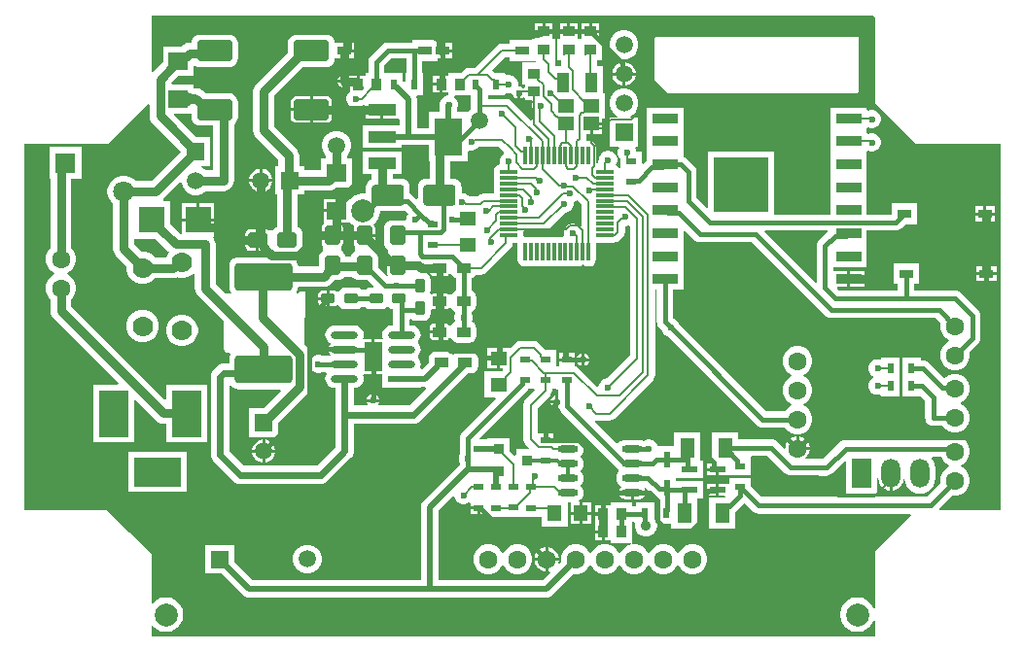
<source format=gtl>
G04*
G04 #@! TF.GenerationSoftware,Altium Limited,Altium Designer,23.6.0 (18)*
G04*
G04 Layer_Physical_Order=1*
G04 Layer_Color=16711680*
%FSLAX44Y44*%
%MOMM*%
G71*
G04*
G04 #@! TF.SameCoordinates,157544A1-0EA0-4F56-A15C-28E52037D784*
G04*
G04*
G04 #@! TF.FilePolarity,Positive*
G04*
G01*
G75*
%ADD10C,0.2000*%
%ADD12C,0.3000*%
%ADD14C,0.6000*%
G04:AMPARAMS|DCode=26|XSize=0.28mm|YSize=1.56mm|CornerRadius=0.07mm|HoleSize=0mm|Usage=FLASHONLY|Rotation=0.000|XOffset=0mm|YOffset=0mm|HoleType=Round|Shape=RoundedRectangle|*
%AMROUNDEDRECTD26*
21,1,0.2800,1.4200,0,0,0.0*
21,1,0.1400,1.5600,0,0,0.0*
1,1,0.1400,0.0700,-0.7100*
1,1,0.1400,-0.0700,-0.7100*
1,1,0.1400,-0.0700,0.7100*
1,1,0.1400,0.0700,0.7100*
%
%ADD26ROUNDEDRECTD26*%
G04:AMPARAMS|DCode=27|XSize=0.28mm|YSize=1.56mm|CornerRadius=0.07mm|HoleSize=0mm|Usage=FLASHONLY|Rotation=270.000|XOffset=0mm|YOffset=0mm|HoleType=Round|Shape=RoundedRectangle|*
%AMROUNDEDRECTD27*
21,1,0.2800,1.4200,0,0,270.0*
21,1,0.1400,1.5600,0,0,270.0*
1,1,0.1400,-0.7100,-0.0700*
1,1,0.1400,-0.7100,0.0700*
1,1,0.1400,0.7100,0.0700*
1,1,0.1400,0.7100,-0.0700*
%
%ADD27ROUNDEDRECTD27*%
%ADD28R,0.9000X0.6000*%
%ADD29R,2.2000X0.9000*%
%ADD30R,1.4000X1.2000*%
%ADD31R,0.6000X0.9000*%
%ADD32R,0.9000X1.0000*%
%ADD33R,1.2000X0.8000*%
%ADD34O,1.8000X0.6000*%
G04:AMPARAMS|DCode=35|XSize=0.9mm|YSize=1.2mm|CornerRadius=0.1125mm|HoleSize=0mm|Usage=FLASHONLY|Rotation=90.000|XOffset=0mm|YOffset=0mm|HoleType=Round|Shape=RoundedRectangle|*
%AMROUNDEDRECTD35*
21,1,0.9000,0.9750,0,0,90.0*
21,1,0.6750,1.2000,0,0,90.0*
1,1,0.2250,0.4875,0.3375*
1,1,0.2250,0.4875,-0.3375*
1,1,0.2250,-0.4875,-0.3375*
1,1,0.2250,-0.4875,0.3375*
%
%ADD35ROUNDEDRECTD35*%
%ADD36C,2.0000*%
%ADD37R,2.3531X0.6221*%
G04:AMPARAMS|DCode=38|XSize=2.3531mm|YSize=0.6221mm|CornerRadius=0.3111mm|HoleSize=0mm|Usage=FLASHONLY|Rotation=180.000|XOffset=0mm|YOffset=0mm|HoleType=Round|Shape=RoundedRectangle|*
%AMROUNDEDRECTD38*
21,1,2.3531,0.0000,0,0,180.0*
21,1,1.7310,0.6221,0,0,180.0*
1,1,0.6221,-0.8655,0.0000*
1,1,0.6221,0.8655,0.0000*
1,1,0.6221,0.8655,0.0000*
1,1,0.6221,-0.8655,0.0000*
%
%ADD38ROUNDEDRECTD38*%
G04:AMPARAMS|DCode=39|XSize=1.35mm|YSize=1.62mm|CornerRadius=0.1688mm|HoleSize=0mm|Usage=FLASHONLY|Rotation=90.000|XOffset=0mm|YOffset=0mm|HoleType=Round|Shape=RoundedRectangle|*
%AMROUNDEDRECTD39*
21,1,1.3500,1.2825,0,0,90.0*
21,1,1.0125,1.6200,0,0,90.0*
1,1,0.3375,0.6413,0.5063*
1,1,0.3375,0.6413,-0.5063*
1,1,0.3375,-0.6413,-0.5063*
1,1,0.3375,-0.6413,0.5063*
%
%ADD39ROUNDEDRECTD39*%
%ADD40R,1.0000X1.8000*%
%ADD41R,1.0000X0.9000*%
%ADD42R,1.2700X1.6510*%
%ADD43R,0.9500X0.9000*%
%ADD44R,1.3500X0.5500*%
%ADD45R,0.5500X1.3500*%
%ADD46R,2.2860X2.3000*%
%ADD47R,1.3970X1.2700*%
%ADD48R,1.6510X1.5240*%
G04:AMPARAMS|DCode=49|XSize=1.35mm|YSize=1.62mm|CornerRadius=0.1688mm|HoleSize=0mm|Usage=FLASHONLY|Rotation=180.000|XOffset=0mm|YOffset=0mm|HoleType=Round|Shape=RoundedRectangle|*
%AMROUNDEDRECTD49*
21,1,1.3500,1.2825,0,0,180.0*
21,1,1.0125,1.6200,0,0,180.0*
1,1,0.3375,-0.5063,0.6413*
1,1,0.3375,0.5063,0.6413*
1,1,0.3375,0.5063,-0.6413*
1,1,0.3375,-0.5063,-0.6413*
%
%ADD49ROUNDEDRECTD49*%
G04:AMPARAMS|DCode=50|XSize=2.794mm|YSize=1.8mm|CornerRadius=0.225mm|HoleSize=0mm|Usage=FLASHONLY|Rotation=180.000|XOffset=0mm|YOffset=0mm|HoleType=Round|Shape=RoundedRectangle|*
%AMROUNDEDRECTD50*
21,1,2.7940,1.3500,0,0,180.0*
21,1,2.3440,1.8000,0,0,180.0*
1,1,0.4500,-1.1720,0.6750*
1,1,0.4500,1.1720,0.6750*
1,1,0.4500,1.1720,-0.6750*
1,1,0.4500,-1.1720,-0.6750*
%
%ADD50ROUNDEDRECTD50*%
%ADD51R,2.4000X1.0000*%
%ADD52R,2.4000X3.3000*%
G04:AMPARAMS|DCode=53|XSize=2.4mm|YSize=5mm|CornerRadius=0.3mm|HoleSize=0mm|Usage=FLASHONLY|Rotation=90.000|XOffset=0mm|YOffset=0mm|HoleType=Round|Shape=RoundedRectangle|*
%AMROUNDEDRECTD53*
21,1,2.4000,4.4000,0,0,90.0*
21,1,1.8000,5.0000,0,0,90.0*
1,1,0.6000,2.2000,0.9000*
1,1,0.6000,2.2000,-0.9000*
1,1,0.6000,-2.2000,-0.9000*
1,1,0.6000,-2.2000,0.9000*
%
%ADD53ROUNDEDRECTD53*%
%ADD54R,1.2700X1.3970*%
G04:AMPARAMS|DCode=55|XSize=0.9mm|YSize=1.17mm|CornerRadius=0.1125mm|HoleSize=0mm|Usage=FLASHONLY|Rotation=90.000|XOffset=0mm|YOffset=0mm|HoleType=Round|Shape=RoundedRectangle|*
%AMROUNDEDRECTD55*
21,1,0.9000,0.9450,0,0,90.0*
21,1,0.6750,1.1700,0,0,90.0*
1,1,0.2250,0.4725,0.3375*
1,1,0.2250,0.4725,-0.3375*
1,1,0.2250,-0.4725,-0.3375*
1,1,0.2250,-0.4725,0.3375*
%
%ADD55ROUNDEDRECTD55*%
%ADD56C,1.5000*%
G04:AMPARAMS|DCode=57|XSize=3.048mm|YSize=1.8mm|CornerRadius=0.225mm|HoleSize=0mm|Usage=FLASHONLY|Rotation=0.000|XOffset=0mm|YOffset=0mm|HoleType=Round|Shape=RoundedRectangle|*
%AMROUNDEDRECTD57*
21,1,3.0480,1.3500,0,0,0.0*
21,1,2.5980,1.8000,0,0,0.0*
1,1,0.4500,1.2990,-0.6750*
1,1,0.4500,-1.2990,-0.6750*
1,1,0.4500,-1.2990,0.6750*
1,1,0.4500,1.2990,0.6750*
%
%ADD57ROUNDEDRECTD57*%
G04:AMPARAMS|DCode=58|XSize=0.9mm|YSize=1.17mm|CornerRadius=0.1125mm|HoleSize=0mm|Usage=FLASHONLY|Rotation=180.000|XOffset=0mm|YOffset=0mm|HoleType=Round|Shape=RoundedRectangle|*
%AMROUNDEDRECTD58*
21,1,0.9000,0.9450,0,0,180.0*
21,1,0.6750,1.1700,0,0,180.0*
1,1,0.2250,-0.3375,0.4725*
1,1,0.2250,0.3375,0.4725*
1,1,0.2250,0.3375,-0.4725*
1,1,0.2250,-0.3375,-0.4725*
%
%ADD58ROUNDEDRECTD58*%
%ADD72R,1.5000X2.5000*%
%ADD94C,1.8000*%
%ADD102R,1.8000X1.8000*%
%ADD107R,4.7000X4.7000*%
%ADD108C,0.4000*%
%ADD109C,0.8000*%
%ADD110C,0.4500*%
%ADD111C,0.5000*%
%ADD112O,1.6510X2.5400*%
%ADD113R,1.6510X2.5400*%
%ADD114C,1.6000*%
%ADD115R,1.5000X1.5000*%
%ADD116R,4.0640X2.5400*%
%ADD117R,2.5400X4.0640*%
%ADD118C,1.7780*%
%ADD119R,1.5000X1.5000*%
%ADD120R,1.5200X1.5200*%
%ADD121C,1.5200*%
%ADD122C,0.6000*%
%ADD123C,0.9000*%
G36*
X332408Y380341D02*
X331468D01*
Y373039D01*
X330295Y372553D01*
X329309Y373538D01*
Y380340D01*
X315950D01*
Y380840D01*
X313510D01*
Y387346D01*
X319154Y392990D01*
X332408D01*
Y380341D01*
D02*
G37*
G36*
X422780Y391050D02*
X444751D01*
X444918Y390880D01*
X444385Y389610D01*
X433230D01*
Y370610D01*
X435690D01*
Y367691D01*
X434420Y367165D01*
X433668Y367917D01*
X431632Y368760D01*
X430680D01*
X429640Y369787D01*
Y371893D01*
X429095Y373928D01*
X428042Y375752D01*
X426552Y377242D01*
X424728Y378295D01*
X422693Y378840D01*
X420587D01*
X419596Y378574D01*
X418588Y379347D01*
Y380341D01*
X409739D01*
X407283Y382797D01*
X418419Y393932D01*
X422780D01*
Y391050D01*
D02*
G37*
G36*
X431800Y357750D02*
X433668Y358523D01*
X434420Y359275D01*
X435690Y358749D01*
Y357070D01*
X442005D01*
X442738Y355800D01*
X442315Y355068D01*
X441770Y353033D01*
Y350927D01*
X442315Y348892D01*
X442518Y348542D01*
Y339953D01*
X441344Y339467D01*
X424506Y356306D01*
X422521Y357632D01*
X420180Y358097D01*
X403553D01*
Y361341D01*
X418588D01*
Y362332D01*
X419596Y363106D01*
X420587Y362840D01*
X422693D01*
X423720Y363115D01*
X424990Y362141D01*
Y362118D01*
X425833Y360082D01*
X427392Y358523D01*
X429260Y357750D01*
Y363220D01*
X431800D01*
Y357750D01*
D02*
G37*
G36*
X142315Y364817D02*
X142551Y364207D01*
X142944Y363669D01*
X143494Y363202D01*
X144201Y362807D01*
X145066Y362484D01*
X146088Y362233D01*
X147267Y362053D01*
X148603Y361946D01*
X150097Y361910D01*
Y353910D01*
X148603Y353874D01*
X147267Y353766D01*
X146088Y353587D01*
X145066Y353336D01*
X144201Y353013D01*
X143494Y352618D01*
X142944Y352151D01*
X142551Y351613D01*
X142315Y351002D01*
X142236Y350320D01*
Y365499D01*
X142315Y364817D01*
D02*
G37*
G36*
X388340Y360840D02*
X388927Y359813D01*
Y349302D01*
X388565Y349092D01*
X386237Y346765D01*
X386154Y346620D01*
X376925D01*
Y349799D01*
X377025Y349972D01*
X377570Y352007D01*
Y354113D01*
X377025Y356148D01*
X375972Y357972D01*
X374482Y359462D01*
X374294Y359570D01*
X374635Y360840D01*
X388340D01*
D02*
G37*
G36*
X145279Y341915D02*
X145528Y340023D01*
X146259Y338259D01*
X147421Y336744D01*
X148935Y335582D01*
X150699Y334852D01*
X152592Y334603D01*
X164304D01*
Y295613D01*
X157852D01*
X156927Y296538D01*
X154077Y298183D01*
X154312Y299435D01*
X161752D01*
Y324435D01*
X149590D01*
X129908Y344117D01*
X130394Y345290D01*
X141547D01*
X141652Y345256D01*
X141947Y345280D01*
X142236Y345222D01*
X142576Y345290D01*
X145279D01*
Y341915D01*
D02*
G37*
G36*
X740410Y429260D02*
Y354330D01*
X775970Y318770D01*
X849630D01*
Y246D01*
X849384Y0D01*
X796861D01*
X796375Y1173D01*
X807802Y12600D01*
X808549Y12400D01*
X811972D01*
X815278Y13286D01*
X818242Y14997D01*
X820663Y17418D01*
X822374Y20382D01*
X823260Y23688D01*
Y27111D01*
X822374Y30418D01*
X820663Y33382D01*
X818242Y35803D01*
X815447Y37416D01*
X815356Y38100D01*
X815447Y38784D01*
X818242Y40397D01*
X820663Y42818D01*
X822374Y45782D01*
X823260Y49089D01*
Y52512D01*
X822374Y55818D01*
X820663Y58782D01*
X818242Y61203D01*
X815278Y62914D01*
X811972Y63800D01*
X808549D01*
X805242Y62914D01*
X802278Y61203D01*
X801728Y60652D01*
X715010D01*
X715010Y60653D01*
X713117Y60403D01*
X711354Y59673D01*
X709839Y58511D01*
X709839Y58511D01*
X695471Y44142D01*
X680604D01*
X680078Y45413D01*
X681534Y46868D01*
X682922Y49272D01*
X683640Y51952D01*
Y52070D01*
X673100D01*
Y53340D01*
X671830D01*
Y63880D01*
X671712D01*
X669032Y63162D01*
X666628Y61774D01*
X664666Y59812D01*
X663278Y57408D01*
X662560Y54728D01*
Y53627D01*
X661387Y53141D01*
X655233Y59295D01*
X653718Y60457D01*
X651955Y61188D01*
X650062Y61437D01*
X650062Y61437D01*
X621612D01*
Y67379D01*
X598912D01*
Y41635D01*
X598912Y40869D01*
X597851Y40365D01*
X594172D01*
Y36345D01*
X603462D01*
Y35075D01*
X604732D01*
Y29785D01*
X612277D01*
X612752Y29785D01*
X613935Y29994D01*
X632461D01*
Y45994D01*
X633392Y46812D01*
X647033D01*
X662186Y31659D01*
X662186Y31659D01*
X663700Y30497D01*
X665464Y29767D01*
X667356Y29518D01*
X698500D01*
X698500Y29517D01*
X700393Y29767D01*
X702156Y30497D01*
X703671Y31659D01*
X714552Y42540D01*
X715725Y42054D01*
Y14050D01*
X742235D01*
Y27122D01*
X743505Y27205D01*
X743863Y24487D01*
X744951Y21861D01*
X746681Y19606D01*
X748936Y17876D01*
X751562Y16788D01*
X753110Y16584D01*
Y31750D01*
X755650D01*
Y16584D01*
X757198Y16788D01*
X759824Y17876D01*
X762079Y19606D01*
X763809Y21861D01*
X764897Y24487D01*
X765199Y26779D01*
X766480D01*
X766866Y23845D01*
X768202Y20620D01*
X770326Y17851D01*
X773095Y15727D01*
X776320Y14391D01*
X779780Y13936D01*
X783240Y14391D01*
X786465Y15727D01*
X789234Y17851D01*
X791358Y20620D01*
X792694Y23845D01*
X793149Y27305D01*
Y36195D01*
X792694Y39655D01*
X791358Y42880D01*
X789917Y44757D01*
X790544Y46027D01*
X798080D01*
X798146Y45782D01*
X799857Y42818D01*
X802278Y40397D01*
X805073Y38784D01*
X805164Y38100D01*
X805073Y37416D01*
X802278Y35803D01*
X799857Y33382D01*
X798146Y30418D01*
X797260Y27111D01*
Y23688D01*
X797460Y22942D01*
X785641Y11122D01*
X642016D01*
X632462Y20677D01*
Y27835D01*
X613462D01*
Y23561D01*
X612752Y22585D01*
X604732D01*
Y17295D01*
Y12005D01*
X609942D01*
X610569Y10735D01*
X610181Y10229D01*
X596372D01*
Y-16281D01*
X619072D01*
Y-2017D01*
X626772Y5683D01*
X633816Y-1361D01*
X633816Y-1361D01*
X635331Y-2523D01*
X637094Y-3253D01*
X638987Y-3503D01*
X638987Y-3503D01*
X771445D01*
X771931Y-4676D01*
X740411Y-36196D01*
Y-85719D01*
X739141Y-85971D01*
X738463Y-84335D01*
X736821Y-81878D01*
X734732Y-79789D01*
X732275Y-78147D01*
X729545Y-77017D01*
X726647Y-76440D01*
X723693D01*
X720795Y-77017D01*
X718065Y-78147D01*
X715608Y-79789D01*
X713519Y-81878D01*
X711877Y-84335D01*
X710747Y-87065D01*
X710170Y-89963D01*
Y-92917D01*
X710747Y-95815D01*
X711877Y-98545D01*
X713519Y-101002D01*
X715608Y-103091D01*
X718065Y-104733D01*
X720795Y-105864D01*
X723693Y-106440D01*
X726647D01*
X729545Y-105864D01*
X732275Y-104733D01*
X734732Y-103091D01*
X736821Y-101002D01*
X738463Y-98545D01*
X739141Y-96909D01*
X740411Y-97161D01*
Y-110490D01*
X111760D01*
X110490Y-109220D01*
Y-101536D01*
X111760Y-101223D01*
X113628Y-103091D01*
X116085Y-104733D01*
X118815Y-105864D01*
X121713Y-106440D01*
X124667D01*
X127565Y-105864D01*
X130295Y-104733D01*
X132752Y-103091D01*
X134841Y-101002D01*
X136483Y-98545D01*
X137613Y-95815D01*
X138190Y-92917D01*
Y-89963D01*
X137613Y-87065D01*
X136483Y-84335D01*
X134841Y-81878D01*
X132752Y-79789D01*
X130295Y-78147D01*
X127565Y-77017D01*
X124667Y-76440D01*
X121713D01*
X118815Y-77017D01*
X116085Y-78147D01*
X113628Y-79789D01*
X111760Y-81657D01*
X110490Y-81344D01*
Y-38100D01*
X71140Y0D01*
X0D01*
Y318770D01*
X73367D01*
X107859Y353262D01*
X109032Y352776D01*
Y343077D01*
X109342Y340727D01*
X110248Y338538D01*
X111691Y336658D01*
X136414Y311935D01*
X110670Y286191D01*
X96931D01*
X94806Y288316D01*
X91614Y290159D01*
X88053Y291113D01*
X84367D01*
X80806Y290159D01*
X77614Y288316D01*
X75007Y285709D01*
X73164Y282517D01*
X72210Y278956D01*
Y275270D01*
X73164Y271709D01*
X75007Y268517D01*
X77132Y266392D01*
Y227480D01*
X77442Y225131D01*
X78349Y222941D01*
X79791Y221061D01*
X88980Y211872D01*
Y208991D01*
X89927Y205459D01*
X91755Y202291D01*
X94341Y199705D01*
X97509Y197877D01*
X101041Y196930D01*
X104699D01*
X108231Y197877D01*
X111399Y199705D01*
X113436Y201742D01*
X129433D01*
X131783Y202052D01*
X133116Y202604D01*
X135331Y202010D01*
X138989D01*
X142521Y202957D01*
X145689Y204785D01*
X147132Y206229D01*
X148402Y205703D01*
Y193040D01*
X148712Y190691D01*
X149619Y188501D01*
X151061Y186621D01*
X173515Y164167D01*
Y141752D01*
X173848Y140077D01*
X174502Y138499D01*
X175451Y137078D01*
X176055Y136474D01*
X178915D01*
X179477Y135335D01*
X179292Y135094D01*
X178486Y133148D01*
X178211Y131060D01*
Y127449D01*
X173695D01*
X171606Y127174D01*
X169660Y126368D01*
X167989Y125086D01*
X164474Y121571D01*
X163192Y119900D01*
X162386Y117954D01*
X162111Y115865D01*
Y48260D01*
X162386Y46172D01*
X163192Y44226D01*
X164474Y42554D01*
X182254Y24774D01*
X183925Y23492D01*
X185872Y22686D01*
X187960Y22411D01*
X257810D01*
X259898Y22686D01*
X261845Y23492D01*
X263516Y24774D01*
X284470Y45729D01*
X285752Y47400D01*
X286558Y49346D01*
X286833Y51434D01*
Y74798D01*
X338391D01*
X340480Y75073D01*
X342426Y75879D01*
X344097Y77161D01*
X385585Y118650D01*
X388669D01*
X391059Y119125D01*
X393085Y120479D01*
X394439Y122505D01*
X394914Y124895D01*
Y131645D01*
X394439Y134035D01*
X393085Y136061D01*
X391059Y137415D01*
X388669Y137890D01*
X378919D01*
X376529Y137415D01*
X374503Y136061D01*
X374015Y135330D01*
X372745D01*
X372257Y136061D01*
X370231Y137415D01*
X367841Y137890D01*
X358091D01*
X355701Y137415D01*
X353675Y136061D01*
X352321Y134035D01*
X351846Y131645D01*
Y127848D01*
X346331Y122333D01*
X345061Y122411D01*
X344355Y123681D01*
X344852Y124883D01*
X345131Y127000D01*
X344852Y129117D01*
X344035Y131090D01*
X342735Y132785D01*
Y133916D01*
X344035Y135610D01*
X344852Y137583D01*
X345131Y139700D01*
X344852Y141817D01*
X344035Y143790D01*
X342735Y145485D01*
Y146615D01*
X344035Y148310D01*
X344852Y150283D01*
X345131Y152400D01*
X344852Y154517D01*
X344035Y156490D01*
X342735Y158185D01*
X341041Y159485D01*
X339068Y160302D01*
X336950Y160581D01*
X335608D01*
Y165415D01*
X336878Y166040D01*
X338405Y165019D01*
X340795Y164544D01*
X347545D01*
X349935Y165019D01*
X351961Y166373D01*
X353315Y168399D01*
X353790Y170789D01*
Y174325D01*
X355060Y175004D01*
X355391Y174783D01*
X356821Y174498D01*
X360426D01*
Y181610D01*
Y188722D01*
X356821D01*
X355391Y188437D01*
X354462Y187817D01*
X353381Y188546D01*
X353790Y190601D01*
Y200051D01*
X353315Y202441D01*
X351961Y204467D01*
X349935Y205821D01*
X347816Y206242D01*
X347513Y206929D01*
X347481Y207566D01*
X348867Y208952D01*
X349640Y210820D01*
X344170D01*
Y213360D01*
X349822D01*
X350196Y213920D01*
X353084D01*
Y212090D01*
X361696D01*
Y210820D01*
X362966D01*
Y203708D01*
X366571D01*
X368001Y203993D01*
X369213Y204803D01*
X369330Y204978D01*
X371931D01*
X373233Y203029D01*
X375259Y201675D01*
X375464Y201635D01*
Y190795D01*
X375259Y190755D01*
X373233Y189401D01*
X371931Y187452D01*
X369330D01*
X369213Y187627D01*
X368001Y188437D01*
X366571Y188722D01*
X362966D01*
Y181610D01*
Y174498D01*
X366571D01*
X368001Y174783D01*
X369213Y175593D01*
X369330Y175768D01*
X371931D01*
X373233Y173819D01*
X375210Y172498D01*
Y171411D01*
X374815Y170728D01*
X374270Y168693D01*
Y166587D01*
X374815Y164552D01*
X375134Y164001D01*
X373233Y162731D01*
X371931Y160782D01*
X369330D01*
X369213Y160957D01*
X368001Y161767D01*
X366571Y162052D01*
X362966D01*
Y154940D01*
Y147828D01*
X366571D01*
X368001Y148113D01*
X369213Y148923D01*
X369330Y149098D01*
X371931D01*
X373233Y147149D01*
X375259Y145795D01*
X377649Y145320D01*
X387399D01*
X389789Y145795D01*
X391815Y147149D01*
X393169Y149175D01*
X393644Y151565D01*
Y158315D01*
X393169Y160705D01*
X391815Y162731D01*
X389789Y164085D01*
X389939Y165350D01*
X390270Y166587D01*
Y168693D01*
X389725Y170728D01*
X389482Y171148D01*
X389789Y172465D01*
X391815Y173819D01*
X393169Y175845D01*
X393644Y178235D01*
Y184985D01*
X393169Y187375D01*
X391815Y189401D01*
X389789Y190755D01*
X389584Y190795D01*
Y201635D01*
X389789Y201675D01*
X391815Y203029D01*
X392933Y204702D01*
X397510D01*
X399851Y205168D01*
X401836Y206494D01*
X423247Y227906D01*
X424574Y229890D01*
X425039Y232232D01*
Y232688D01*
X428380D01*
X429107Y232257D01*
X429538Y231530D01*
Y217800D01*
X429981Y215576D01*
X431241Y213691D01*
X433126Y212431D01*
X435350Y211988D01*
X436750D01*
X438550Y212346D01*
X440350Y211988D01*
X441750D01*
X443550Y212346D01*
X445350Y211988D01*
X446750D01*
X448550Y212346D01*
X450350Y211988D01*
X451750D01*
X453550Y212346D01*
X455350Y211988D01*
X456750D01*
X458550Y212346D01*
X460350Y211988D01*
X461750D01*
X463550Y212346D01*
X465350Y211988D01*
X466750D01*
X468550Y212346D01*
X470350Y211988D01*
X471750D01*
X473550Y212346D01*
X475350Y211988D01*
X476750D01*
X478550Y212346D01*
X480350Y211988D01*
X481750D01*
X483974Y212431D01*
X485859Y213691D01*
X486241D01*
X488126Y212431D01*
X490350Y211988D01*
X491750D01*
X493974Y212431D01*
X495859Y213691D01*
X497119Y215576D01*
X497562Y217800D01*
Y231530D01*
X497993Y232257D01*
X498720Y232688D01*
X512450D01*
X514674Y233131D01*
X514897Y233280D01*
X516547Y233608D01*
X518532Y234934D01*
X521016Y237418D01*
X522342Y239403D01*
X522808Y241744D01*
Y247020D01*
X524043D01*
X526012Y247548D01*
X526257Y247582D01*
X527282Y246858D01*
Y134614D01*
X507349Y114680D01*
X506947D01*
X504912Y114135D01*
X503088Y113082D01*
X501598Y111592D01*
X500545Y109768D01*
X500066Y107981D01*
X498862Y107389D01*
X482733Y123518D01*
X480749Y124844D01*
X480602Y124873D01*
X479480Y125271D01*
X479480Y125271D01*
X479480Y125271D01*
Y129541D01*
X472440D01*
X465400D01*
Y125309D01*
X462889D01*
Y139188D01*
X454040D01*
X447933Y145296D01*
X445948Y146622D01*
X443607Y147087D01*
X431800D01*
X429459Y146622D01*
X427474Y145296D01*
X423474Y141295D01*
X422275Y140970D01*
Y140970D01*
X422275Y140970D01*
X414020D01*
Y132080D01*
Y123190D01*
X416291D01*
X416799Y121920D01*
X415448Y120570D01*
X400765D01*
Y97870D01*
X410076D01*
X410562Y96697D01*
X380938Y67072D01*
X379815Y65610D01*
X379110Y63907D01*
X378870Y62080D01*
Y47961D01*
X378625Y47538D01*
X378080Y45503D01*
Y43397D01*
X378625Y41362D01*
X379020Y40679D01*
Y39198D01*
X347711Y7889D01*
X346509Y6322D01*
X345753Y4498D01*
X345495Y2540D01*
Y-61355D01*
X199053D01*
X182680Y-44982D01*
Y-30680D01*
X157680D01*
Y-55680D01*
X171982D01*
X190571Y-74269D01*
X192138Y-75471D01*
X193962Y-76227D01*
X195920Y-76485D01*
X454320D01*
X456278Y-76227D01*
X458102Y-75471D01*
X459669Y-74269D01*
X477883Y-56055D01*
X478349Y-56180D01*
X481772D01*
X485078Y-55294D01*
X488042Y-53583D01*
X490463Y-51162D01*
X492076Y-48367D01*
X492760Y-48276D01*
X493444Y-48367D01*
X495057Y-51162D01*
X497478Y-53583D01*
X500442Y-55294D01*
X503749Y-56180D01*
X507172D01*
X510478Y-55294D01*
X513442Y-53583D01*
X515863Y-51162D01*
X517476Y-48367D01*
X518160Y-48276D01*
X518844Y-48367D01*
X520457Y-51162D01*
X522878Y-53583D01*
X525842Y-55294D01*
X529148Y-56180D01*
X532571D01*
X535878Y-55294D01*
X538842Y-53583D01*
X541263Y-51162D01*
X542876Y-48367D01*
X543560Y-48276D01*
X544244Y-48367D01*
X545857Y-51162D01*
X548278Y-53583D01*
X551242Y-55294D01*
X554548Y-56180D01*
X557971D01*
X561278Y-55294D01*
X564242Y-53583D01*
X566663Y-51162D01*
X568276Y-48367D01*
X568960Y-48276D01*
X569644Y-48367D01*
X571257Y-51162D01*
X573678Y-53583D01*
X576642Y-55294D01*
X579949Y-56180D01*
X583372D01*
X586678Y-55294D01*
X589642Y-53583D01*
X592063Y-51162D01*
X593774Y-48198D01*
X594660Y-44892D01*
Y-41469D01*
X593774Y-38162D01*
X592063Y-35198D01*
X589642Y-32777D01*
X586678Y-31066D01*
X583372Y-30180D01*
X579949D01*
X576642Y-31066D01*
X573678Y-32777D01*
X571257Y-35198D01*
X569644Y-37993D01*
X568960Y-38084D01*
X568276Y-37993D01*
X566663Y-35198D01*
X564242Y-32777D01*
X561278Y-31066D01*
X557971Y-30180D01*
X554548D01*
X551242Y-31066D01*
X548278Y-32777D01*
X545857Y-35198D01*
X544244Y-37993D01*
X543560Y-38084D01*
X542876Y-37993D01*
X541263Y-35198D01*
X538842Y-32777D01*
X535878Y-31066D01*
X532571Y-30180D01*
X529648D01*
X529310Y-29050D01*
X529310Y-29050D01*
X529310D01*
X529310Y-29050D01*
Y-10870D01*
X531162D01*
X531936Y-11878D01*
X531710Y-12719D01*
Y-15221D01*
X532357Y-17637D01*
X533608Y-19803D01*
X535377Y-21572D01*
X537543Y-22823D01*
X539959Y-23470D01*
X542461D01*
X544877Y-22823D01*
X547043Y-21572D01*
X548812Y-19803D01*
X550063Y-17637D01*
X550710Y-15221D01*
Y-13408D01*
X550710Y-12719D01*
X550860Y-12524D01*
X551710Y-12524D01*
X563352D01*
Y-16281D01*
X586052D01*
Y9545D01*
X590712D01*
Y25045D01*
X567552D01*
X567251Y26185D01*
X567552Y27325D01*
X590712D01*
Y42825D01*
X588592D01*
Y67379D01*
X565892D01*
Y55265D01*
X551712D01*
X551059Y56265D01*
X551015Y56428D01*
X549962Y58252D01*
X548472Y59742D01*
X546648Y60795D01*
X544613Y61340D01*
X542507D01*
X540472Y60795D01*
X539034Y59964D01*
X537380Y60649D01*
X535292Y60924D01*
X523292D01*
X521203Y60649D01*
X519257Y59843D01*
X517586Y58561D01*
X516979Y57769D01*
X515295Y57657D01*
X496222Y76729D01*
X496848Y77900D01*
X497840Y77702D01*
X509270D01*
X511611Y78168D01*
X513596Y79494D01*
X547326Y113224D01*
X548652Y115209D01*
X549118Y117550D01*
Y191490D01*
X550480D01*
Y163820D01*
X550720Y161993D01*
X551426Y160290D01*
X552548Y158827D01*
X554951Y156424D01*
X555155Y155662D01*
X556208Y153838D01*
X557698Y152348D01*
X559522Y151295D01*
X560284Y151091D01*
X637628Y73748D01*
X639090Y72625D01*
X640793Y71920D01*
X642620Y71680D01*
X662165D01*
X662697Y70758D01*
X665118Y68337D01*
X668082Y66626D01*
X671388Y65740D01*
X674811D01*
X678118Y66626D01*
X681082Y68337D01*
X683503Y70758D01*
X685214Y73722D01*
X686100Y77028D01*
Y80451D01*
X685214Y83758D01*
X683503Y86722D01*
X681082Y89143D01*
X678287Y90756D01*
X678196Y91440D01*
X678287Y92124D01*
X681082Y93737D01*
X683503Y96158D01*
X685214Y99122D01*
X686100Y102429D01*
Y105851D01*
X685214Y109158D01*
X683503Y112122D01*
X681082Y114543D01*
X678287Y116156D01*
X678196Y116840D01*
X678287Y117524D01*
X681082Y119137D01*
X683503Y121558D01*
X685214Y124522D01*
X686100Y127829D01*
Y131251D01*
X685214Y134558D01*
X683503Y137522D01*
X681082Y139943D01*
X678118Y141654D01*
X674811Y142540D01*
X671388D01*
X668082Y141654D01*
X665118Y139943D01*
X662697Y137522D01*
X660986Y134558D01*
X660100Y131251D01*
Y127829D01*
X660986Y124522D01*
X662697Y121558D01*
X665118Y119137D01*
X667913Y117524D01*
X668004Y116840D01*
X667913Y116156D01*
X665118Y114543D01*
X662697Y112122D01*
X660986Y109158D01*
X660100Y105851D01*
Y102429D01*
X660986Y99122D01*
X662697Y96158D01*
X665118Y93737D01*
X667913Y92124D01*
X668004Y91440D01*
X667913Y90756D01*
X665118Y89143D01*
X662697Y86722D01*
X662165Y85800D01*
X645545D01*
X570269Y161076D01*
X570065Y161838D01*
X569012Y163662D01*
X567522Y165152D01*
X565698Y166205D01*
X564936Y166409D01*
X564600Y166744D01*
Y191490D01*
X573540D01*
Y210490D01*
X573540D01*
Y211490D01*
X573540D01*
Y230490D01*
X573540D01*
Y231490D01*
X573540D01*
Y242856D01*
X574713Y243342D01*
X583018Y235038D01*
X584480Y233916D01*
X586183Y233210D01*
X588010Y232970D01*
X633345D01*
X697318Y168998D01*
X698780Y167875D01*
X700483Y167170D01*
X702310Y166930D01*
X793365D01*
X797535Y162760D01*
X797260Y161731D01*
Y158308D01*
X798146Y155002D01*
X799857Y152038D01*
X802278Y149617D01*
X805073Y148004D01*
X805164Y147320D01*
X805073Y146636D01*
X802278Y145023D01*
X799857Y142602D01*
X798146Y139638D01*
X797260Y136332D01*
Y132908D01*
X798146Y129602D01*
X799857Y126638D01*
X802278Y124217D01*
X805242Y122506D01*
X808549Y121620D01*
X811972D01*
X815278Y122506D01*
X818242Y124217D01*
X820663Y126638D01*
X822374Y129602D01*
X823260Y132908D01*
Y136332D01*
X822984Y137360D01*
X830492Y144867D01*
X831615Y146330D01*
X832320Y148033D01*
X832560Y149860D01*
Y168910D01*
X832320Y170737D01*
X831615Y172440D01*
X830492Y173902D01*
X815253Y189142D01*
X813790Y190264D01*
X812087Y190970D01*
X810260Y191210D01*
X774700D01*
Y196740D01*
X778640D01*
Y214740D01*
X756640D01*
Y196740D01*
X760580D01*
Y191210D01*
X709044D01*
X707478Y192777D01*
X707964Y193950D01*
X716270D01*
Y200990D01*
Y208030D01*
X704000D01*
X703980Y209292D01*
Y211490D01*
X733540D01*
Y230490D01*
X733540Y230490D01*
Y231490D01*
X733540D01*
X733540Y231760D01*
Y243130D01*
X758750D01*
X760577Y243370D01*
X762280Y244076D01*
X763742Y245198D01*
X767355Y248810D01*
X777370D01*
Y266810D01*
X755370D01*
Y257250D01*
X733540D01*
Y270220D01*
X733540Y270490D01*
Y271490D01*
X733540Y271760D01*
Y290220D01*
X733540Y290490D01*
Y291490D01*
X733540Y291760D01*
Y310220D01*
X733540Y310490D01*
Y311490D01*
X733540Y311760D01*
Y312032D01*
X734640Y312667D01*
X734782Y312585D01*
X736817Y312040D01*
X738923D01*
X740958Y312585D01*
X742782Y313638D01*
X744272Y315128D01*
X745325Y316952D01*
X745870Y318987D01*
Y321093D01*
X745325Y323128D01*
X744272Y324952D01*
X742782Y326442D01*
X740958Y327495D01*
X738923Y328040D01*
X736817D01*
X734782Y327495D01*
X733540Y328244D01*
Y330220D01*
X733540Y330490D01*
Y331490D01*
X733540Y331760D01*
Y332352D01*
X734640Y332987D01*
X734782Y332905D01*
X736817Y332360D01*
X738923D01*
X740958Y332905D01*
X742782Y333958D01*
X744272Y335448D01*
X745325Y337272D01*
X745870Y339307D01*
Y341413D01*
X745325Y343448D01*
X744272Y345272D01*
X742782Y346762D01*
X740958Y347815D01*
X738923Y348360D01*
X736817D01*
X734782Y347815D01*
X733540Y348564D01*
Y350490D01*
X701540D01*
Y331760D01*
X701540Y331490D01*
Y330490D01*
X701540Y330220D01*
Y311760D01*
X701540Y311490D01*
Y310490D01*
X701540Y310220D01*
Y291760D01*
X701540Y291490D01*
Y290490D01*
X701540Y290220D01*
Y271760D01*
X701540Y271490D01*
Y270490D01*
X701540Y270220D01*
Y257250D01*
X652540D01*
Y311990D01*
X595540D01*
Y263194D01*
X594367Y262708D01*
X584910Y272164D01*
Y294640D01*
X584670Y296467D01*
X583965Y298170D01*
X582842Y299632D01*
X576492Y305982D01*
X575030Y307104D01*
X573540Y307722D01*
Y310220D01*
X573540Y310490D01*
Y311490D01*
X573540Y311760D01*
Y330220D01*
X573540Y330490D01*
Y331490D01*
X573540Y331760D01*
Y350490D01*
X541540D01*
Y331760D01*
X541540Y331490D01*
Y330490D01*
X541540Y330220D01*
Y311760D01*
X541540Y311490D01*
Y310490D01*
X541540Y310220D01*
Y303784D01*
X541147Y303482D01*
X538992Y301327D01*
X537819Y301813D01*
Y311908D01*
X532700D01*
Y312203D01*
X532155Y314238D01*
X531680Y315060D01*
X532413Y316330D01*
X534570D01*
Y341530D01*
X527540D01*
X527199Y342800D01*
X529707Y344248D01*
X532052Y346593D01*
X533711Y349467D01*
X534570Y352671D01*
Y355989D01*
X533711Y359193D01*
X532052Y362067D01*
X529707Y364412D01*
X526833Y366071D01*
X523629Y366930D01*
X520311D01*
X517107Y366071D01*
X514233Y364412D01*
X511888Y362067D01*
X510229Y359193D01*
X509370Y355989D01*
Y352671D01*
X510229Y349467D01*
X511888Y346593D01*
X514233Y344248D01*
X516741Y342800D01*
X516400Y341530D01*
X509370D01*
Y316330D01*
X516987D01*
X517720Y315060D01*
X517245Y314238D01*
X516700Y312203D01*
Y310097D01*
X517245Y308062D01*
X518298Y306238D01*
X518719Y305817D01*
X518819Y305317D01*
Y297914D01*
X517549Y297529D01*
X516559Y299009D01*
X514674Y300269D01*
X514651Y300320D01*
X515455Y301712D01*
X516000Y303747D01*
Y305853D01*
X515455Y307888D01*
X514402Y309712D01*
X512912Y311202D01*
X511088Y312255D01*
X509053Y312800D01*
X506947D01*
X504912Y312255D01*
X503088Y311202D01*
X501598Y309712D01*
X500545Y307888D01*
X500000Y305853D01*
Y304421D01*
X499698Y303969D01*
X499278Y301857D01*
X499095Y301726D01*
X498154Y301814D01*
X497562Y302338D01*
Y315600D01*
X497119Y317824D01*
X495859Y319709D01*
X493974Y320969D01*
X491750Y321412D01*
X490350D01*
X489865Y321315D01*
X488967Y322213D01*
X489178Y323274D01*
Y327630D01*
X492330D01*
Y336170D01*
X493600D01*
Y337440D01*
X503140D01*
Y341170D01*
X505600D01*
Y363170D01*
X503830D01*
Y386110D01*
X498877D01*
Y391440D01*
X502760D01*
Y410440D01*
X500300D01*
Y415670D01*
X485220D01*
Y410440D01*
X483710D01*
Y410440D01*
X481250D01*
Y415670D01*
X473710D01*
X466170D01*
Y410440D01*
X463710D01*
Y398031D01*
X463592Y397440D01*
Y396940D01*
X463710Y396349D01*
Y391440D01*
X467141D01*
X467369Y391288D01*
X467593Y391244D01*
Y386110D01*
X462427D01*
Y387957D01*
X461987Y390170D01*
X462120Y391440D01*
X462120D01*
Y410440D01*
X459660D01*
Y415670D01*
X444580D01*
Y410440D01*
X442120D01*
Y409050D01*
X422780D01*
Y406167D01*
X415885D01*
X413544Y405702D01*
X411559Y404376D01*
X392181Y384998D01*
X386880D01*
X384539Y384532D01*
X382554Y383206D01*
X380188Y380840D01*
X369340D01*
Y378380D01*
X364110D01*
Y370840D01*
Y363300D01*
X369340D01*
Y361060D01*
X368517D01*
X366482Y360515D01*
X364658Y359462D01*
X363168Y357972D01*
X362115Y356148D01*
X361570Y354113D01*
Y352007D01*
X361795Y351166D01*
Y346620D01*
X352360D01*
Y332685D01*
X341575D01*
Y358139D01*
X341320Y360071D01*
X341296Y360340D01*
X342109Y361341D01*
X347468D01*
Y380341D01*
X346528D01*
Y391050D01*
X359690D01*
Y393510D01*
X362510D01*
Y400050D01*
Y406590D01*
X359690D01*
Y409050D01*
X337690D01*
Y407110D01*
X316230D01*
X314403Y406870D01*
X312700Y406165D01*
X311238Y405042D01*
X301458Y395262D01*
X300336Y393800D01*
X299630Y392097D01*
X299390Y390270D01*
Y380840D01*
X296950D01*
Y378380D01*
X291720D01*
Y370840D01*
X289180D01*
Y378380D01*
X283410D01*
Y377731D01*
X282140Y377205D01*
X281268Y378077D01*
X279400Y378850D01*
Y373380D01*
Y367910D01*
X281268Y368683D01*
X282140Y369555D01*
X283410Y369029D01*
Y364560D01*
X283378Y364542D01*
X281888Y363052D01*
X280835Y361228D01*
X280290Y359193D01*
Y357087D01*
X280835Y355052D01*
X281888Y353228D01*
X283378Y351738D01*
X285202Y350685D01*
X287237Y350140D01*
X289343D01*
X291378Y350685D01*
X293202Y351738D01*
X293486Y352023D01*
X293750D01*
X295550Y352380D01*
X296820Y351564D01*
Y349390D01*
X311360D01*
Y348120D01*
X312630D01*
Y340580D01*
X325900D01*
X326445Y339536D01*
Y335120D01*
X294360D01*
Y315120D01*
X328360D01*
Y317555D01*
X352360D01*
Y303620D01*
X352618D01*
Y288382D01*
X349976D01*
X348083Y288133D01*
X346320Y287403D01*
X344805Y286241D01*
X343643Y284726D01*
X342913Y282963D01*
X342663Y281070D01*
Y271002D01*
X341490Y270516D01*
X338153Y273852D01*
X336691Y274974D01*
X335517Y275461D01*
Y281070D01*
X335267Y282963D01*
X334537Y284726D01*
X333375Y286241D01*
X331860Y287403D01*
X330097Y288133D01*
X328204Y288382D01*
X320438D01*
Y292120D01*
X328360D01*
Y312120D01*
X294360D01*
Y292120D01*
X302282D01*
Y287889D01*
X301108Y287403D01*
X299593Y286241D01*
X298431Y284726D01*
X297701Y282963D01*
X297451Y281070D01*
Y276086D01*
X296470Y275280D01*
X296117Y275350D01*
X293163D01*
X290265Y274774D01*
X287535Y273643D01*
X285078Y272001D01*
X283844Y270767D01*
X282575Y270765D01*
X282575Y270765D01*
X282575Y270765D01*
X273050D01*
Y260605D01*
X271780D01*
Y259335D01*
X260985D01*
Y250445D01*
X260985Y250445D01*
X260937Y249195D01*
X259860Y248474D01*
X258925Y247076D01*
X258597Y245427D01*
Y240284D01*
X277343D01*
Y245427D01*
X277015Y247076D01*
X276080Y248474D01*
X275032Y249175D01*
X275417Y250445D01*
X282575D01*
X282575Y250445D01*
Y250445D01*
X282575Y250445D01*
X283695Y250082D01*
X285078Y248699D01*
X287063Y247372D01*
X286865Y247076D01*
X286537Y245427D01*
Y240284D01*
X295910D01*
X305283D01*
Y245427D01*
X304955Y247076D01*
X304678Y247490D01*
X304211Y248675D01*
X304849Y249346D01*
X306291Y250788D01*
X307933Y253245D01*
X309063Y255975D01*
X309640Y258873D01*
Y260257D01*
X328204D01*
X330097Y260507D01*
X331110Y260926D01*
X334271Y257765D01*
X333958Y257452D01*
X332905Y255628D01*
X332360Y253593D01*
Y253047D01*
X331090Y252052D01*
X330182Y252172D01*
X320057D01*
X318312Y251942D01*
X316685Y251268D01*
X315288Y250196D01*
X314216Y248799D01*
X313542Y247172D01*
X313312Y245427D01*
Y232602D01*
X313542Y230856D01*
X314216Y229229D01*
X315288Y227832D01*
X316685Y226760D01*
X316992Y226633D01*
Y223267D01*
X317185Y222801D01*
X317173Y222676D01*
X317010Y222566D01*
X316075Y221168D01*
X315747Y219519D01*
Y214376D01*
X325120D01*
Y211836D01*
X315747D01*
Y206693D01*
X316075Y205044D01*
X316724Y204073D01*
X315738Y203263D01*
X307718Y211283D01*
Y219519D01*
X307488Y221264D01*
X306814Y222891D01*
X305742Y224288D01*
X304345Y225360D01*
X304038Y225487D01*
Y228853D01*
X303845Y229319D01*
X303857Y229444D01*
X304020Y229554D01*
X304955Y230952D01*
X305283Y232602D01*
Y237744D01*
X295910D01*
X286537D01*
Y232602D01*
X286865Y230952D01*
X287800Y229554D01*
X287963Y229444D01*
X287975Y229319D01*
X287782Y228853D01*
Y225487D01*
X287475Y225360D01*
X286078Y224288D01*
X285006Y222891D01*
X284332Y221264D01*
X284275Y220834D01*
X279604D01*
X279548Y221264D01*
X278874Y222891D01*
X277802Y224288D01*
X276405Y225360D01*
X276098Y225487D01*
Y228853D01*
X275905Y229319D01*
X275917Y229444D01*
X276080Y229554D01*
X277015Y230952D01*
X277343Y232602D01*
Y237744D01*
X258597D01*
Y232602D01*
X258925Y230952D01*
X259860Y229554D01*
X260023Y229444D01*
X260035Y229319D01*
X259842Y228853D01*
Y225487D01*
X259535Y225360D01*
X258138Y224288D01*
X257066Y222891D01*
X256392Y221264D01*
X256162Y219519D01*
Y212138D01*
X238339D01*
X238074Y214148D01*
X237268Y216094D01*
X235986Y217766D01*
X234314Y219048D01*
X232368Y219854D01*
X230280Y220129D01*
X186280D01*
X184192Y219854D01*
X182246Y219048D01*
X180574Y217766D01*
X179292Y216094D01*
X178486Y214148D01*
X178211Y212060D01*
Y194060D01*
X178486Y191972D01*
X179292Y190026D01*
X179975Y189135D01*
X179259Y187983D01*
X176435Y188545D01*
X174813D01*
X166558Y196800D01*
Y231330D01*
X166248Y233680D01*
X165341Y235869D01*
X164151Y237420D01*
X164615Y238690D01*
X165100D01*
Y251460D01*
X151130D01*
X137160D01*
Y240408D01*
X135650D01*
X126920Y249138D01*
Y269230D01*
X121027D01*
X120596Y270500D01*
X120849Y270694D01*
X135578Y285424D01*
X136176Y285176D01*
X136770Y284820D01*
X137604Y281710D01*
X139249Y278860D01*
X141577Y276533D01*
X144427Y274887D01*
X147606Y274035D01*
X150897D01*
X154077Y274887D01*
X156927Y276533D01*
X157852Y277458D01*
X172597D01*
X172989Y277509D01*
X173382Y277458D01*
X175731Y277767D01*
X177921Y278674D01*
X179801Y280116D01*
X181243Y281996D01*
X182150Y284186D01*
X182459Y286535D01*
Y335760D01*
X183743Y336744D01*
X184905Y338259D01*
X185635Y340023D01*
X185884Y341915D01*
Y355415D01*
X185635Y357308D01*
X184905Y359071D01*
X183743Y360586D01*
X182228Y361748D01*
X180464Y362478D01*
X178572Y362728D01*
X158117D01*
X156516Y364329D01*
X154636Y365771D01*
X152446Y366678D01*
X150598Y366922D01*
X150219Y367006D01*
X148870Y367039D01*
X147856Y367121D01*
X147267Y367210D01*
Y370530D01*
X142576D01*
X142236Y370597D01*
X141947Y370540D01*
X141652Y370564D01*
X141547Y370530D01*
X128245D01*
X127719Y371800D01*
X134229Y378310D01*
X147267D01*
Y386262D01*
X148537Y386888D01*
X148935Y386582D01*
X150699Y385852D01*
X152592Y385603D01*
X178572D01*
X180464Y385852D01*
X182228Y386582D01*
X183743Y387744D01*
X184905Y389259D01*
X185635Y391022D01*
X185884Y392915D01*
Y406415D01*
X185635Y408308D01*
X184905Y410071D01*
X183743Y411586D01*
X182228Y412748D01*
X180464Y413478D01*
X178572Y413728D01*
X152592D01*
X150699Y413478D01*
X148935Y412748D01*
X147421Y411586D01*
X146259Y410071D01*
X145528Y408308D01*
X145324Y406755D01*
X143677D01*
X141328Y406446D01*
X139138Y405539D01*
X137258Y404096D01*
X137258Y404096D01*
X136712Y403550D01*
X120757D01*
Y390513D01*
X111760Y381516D01*
X111409Y381543D01*
X110490Y381855D01*
Y430530D01*
X739140D01*
X740410Y429260D01*
D02*
G37*
G36*
X417729Y311749D02*
X417563Y310490D01*
X416907Y310111D01*
X415418Y308622D01*
X414365Y306797D01*
X413820Y304763D01*
Y302656D01*
X414116Y301551D01*
X413445Y300472D01*
X412426Y300269D01*
X410541Y299009D01*
X409281Y297124D01*
X408838Y294900D01*
Y293500D01*
X409196Y291700D01*
X408838Y289900D01*
Y288500D01*
X409196Y286700D01*
X408838Y284900D01*
Y283500D01*
X409196Y281700D01*
X408838Y279900D01*
Y278500D01*
X409196Y276700D01*
X408921Y275317D01*
X399412D01*
X397071Y274852D01*
X395086Y273526D01*
X394378Y272817D01*
X387466D01*
X386118Y274166D01*
X384294Y275219D01*
X382259Y275764D01*
X380729D01*
Y281070D01*
X380479Y282963D01*
X379749Y284726D01*
X378587Y286241D01*
X377072Y287403D01*
X375309Y288133D01*
X373416Y288382D01*
X370774D01*
Y303620D01*
X386360D01*
Y312277D01*
X387368Y313050D01*
X387995Y312882D01*
X390102D01*
X392136Y313427D01*
X393960Y314480D01*
X395450Y315970D01*
X395734Y316462D01*
X413016D01*
X417729Y311749D01*
D02*
G37*
G36*
X484933Y265876D02*
Y246838D01*
X483662Y246471D01*
X482432Y247702D01*
X480608Y248755D01*
X478573Y249300D01*
X476467D01*
X474432Y248755D01*
X472608Y247702D01*
X471118Y246212D01*
X470065Y244388D01*
X469520Y242353D01*
Y240247D01*
X469852Y239007D01*
X469086Y237560D01*
X468550Y237454D01*
X466750Y237812D01*
X465350D01*
X463550Y237454D01*
X461750Y237812D01*
X460350D01*
X458550Y237454D01*
X456750Y237812D01*
X455350D01*
X453550Y237454D01*
X451750Y237812D01*
X450350D01*
X448550Y237454D01*
X446750Y237812D01*
X445350D01*
X443550Y237454D01*
X441750Y237812D01*
X440350D01*
X438550Y237454D01*
X436750Y237812D01*
X435820D01*
X435093Y238243D01*
X434662Y238970D01*
Y239900D01*
X434281Y241812D01*
X434990Y243083D01*
X452400D01*
X454741Y243548D01*
X456726Y244874D01*
X470551Y258700D01*
X470953D01*
X472988Y259245D01*
X474812Y260298D01*
X476302Y261788D01*
X477355Y263612D01*
X477900Y265647D01*
Y267753D01*
X477849Y267945D01*
X477888Y267956D01*
X479713Y269009D01*
X480756Y270052D01*
X484933Y265876D01*
D02*
G37*
G36*
X125471Y224911D02*
X126042Y224473D01*
X126045Y224429D01*
X124217Y221261D01*
X123851Y219898D01*
X113436D01*
X111399Y221935D01*
X108231Y223763D01*
X104699Y224710D01*
X101818D01*
X95288Y231240D01*
Y236230D01*
X114152D01*
X125471Y224911D01*
D02*
G37*
G36*
X699331Y241956D02*
X691927Y234552D01*
X690806Y233090D01*
X690100Y231387D01*
X689860Y229560D01*
Y198085D01*
X688686Y197599D01*
X644329Y241956D01*
X644815Y243130D01*
X698845D01*
X699331Y241956D01*
D02*
G37*
G36*
X286078Y201924D02*
X287475Y200852D01*
X289102Y200178D01*
X290847Y199948D01*
X299083D01*
X304088Y194943D01*
X303602Y193770D01*
X301599D01*
X299209Y193295D01*
X297183Y191941D01*
X296863Y191462D01*
X293687D01*
X293367Y191941D01*
X291341Y193295D01*
X288951Y193770D01*
X279501D01*
X277111Y193295D01*
X275085Y191941D01*
X273783Y189992D01*
X271898D01*
X271781Y190167D01*
X270569Y190977D01*
X269139Y191262D01*
X265684D01*
Y184150D01*
Y177038D01*
X269139D01*
X270569Y177323D01*
X271781Y178133D01*
X271898Y178308D01*
X273783D01*
X275085Y176359D01*
X277111Y175005D01*
X279501Y174530D01*
X288951D01*
X291341Y175005D01*
X293367Y176359D01*
X293687Y176838D01*
X296863D01*
X297183Y176359D01*
X299209Y175005D01*
X301599Y174530D01*
X311049D01*
X313439Y175005D01*
X315465Y176359D01*
X315595Y176554D01*
X316865D01*
X316995Y176359D01*
X319021Y175005D01*
X320983Y174615D01*
Y160581D01*
X319641D01*
X317523Y160302D01*
X315550Y159485D01*
X313856Y158185D01*
X312556Y156490D01*
X311739Y154517D01*
X311460Y152400D01*
X311739Y150283D01*
X312085Y149446D01*
X311380Y148390D01*
X304800D01*
Y133350D01*
Y118310D01*
X311530D01*
Y106189D01*
X345061D01*
Y106735D01*
X348996D01*
X349060Y106744D01*
X349654Y105541D01*
X335049Y90936D01*
X308710D01*
X308224Y92109D01*
X308227Y92112D01*
X309000Y93980D01*
X298060D01*
X298833Y92112D01*
X298836Y92109D01*
X298350Y90936D01*
X286833D01*
Y106119D01*
X287419D01*
X289536Y106398D01*
X291509Y107215D01*
X293204Y108515D01*
X294504Y110210D01*
X295321Y112183D01*
X295600Y114300D01*
X295321Y116417D01*
X294974Y117254D01*
X295680Y118310D01*
X302260D01*
Y133350D01*
Y148390D01*
X295680D01*
X294974Y149446D01*
X295321Y150283D01*
X295600Y152400D01*
X295321Y154517D01*
X294504Y156490D01*
X293204Y158185D01*
X291509Y159485D01*
X289536Y160302D01*
X287419Y160581D01*
X270110D01*
X267992Y160302D01*
X266019Y159485D01*
X264325Y158185D01*
X263025Y156490D01*
X262208Y154517D01*
X261929Y152400D01*
X262208Y150283D01*
X263025Y148310D01*
X264325Y146615D01*
X266019Y145315D01*
X266209Y145237D01*
X266334Y143973D01*
X266036Y143774D01*
X264787Y141905D01*
X264601Y140970D01*
X278764D01*
Y138430D01*
X264601D01*
X264787Y137495D01*
X266036Y135626D01*
X266333Y135427D01*
X266209Y134163D01*
X266019Y134085D01*
X265988Y134060D01*
X259671D01*
X258988Y134455D01*
X256953Y135000D01*
X254847D01*
X252812Y134455D01*
X250988Y133402D01*
X250168Y132581D01*
X248898Y133107D01*
Y135012D01*
X248588Y137361D01*
X247682Y139550D01*
X246239Y141431D01*
X243547Y144122D01*
X244635Y189814D01*
X244136Y189839D01*
X243158Y190034D01*
X242236Y190415D01*
X241407Y190970D01*
X241037Y191305D01*
X241022Y191319D01*
X240607Y190904D01*
X240607D01*
X238760Y189230D01*
X237731Y188542D01*
X236851Y189482D01*
X237268Y190026D01*
X238074Y191972D01*
X238339Y193982D01*
X260534D01*
X262883Y194292D01*
X265072Y195198D01*
X266953Y196641D01*
X270260Y199948D01*
X273032D01*
X274778Y200178D01*
X276405Y200852D01*
X277802Y201924D01*
X278381Y202678D01*
X285499D01*
X286078Y201924D01*
D02*
G37*
G36*
X250988Y120598D02*
X252812Y119545D01*
X254847Y119000D01*
X256953D01*
X258988Y119545D01*
X259671Y119940D01*
X262778D01*
X263340Y118801D01*
X263025Y118390D01*
X262208Y116417D01*
X261929Y114300D01*
X262208Y112183D01*
X263025Y110210D01*
X264325Y108515D01*
X266019Y107215D01*
X267992Y106398D01*
X270110Y106119D01*
X270695D01*
Y82867D01*
Y54777D01*
X254468Y38549D01*
X191302D01*
X178249Y51602D01*
Y108385D01*
X179519Y108730D01*
X180574Y107354D01*
X182246Y106072D01*
X184192Y105266D01*
X186280Y104991D01*
X222774D01*
X223260Y103818D01*
X207942Y88500D01*
X195780D01*
Y63500D01*
X220780D01*
Y75662D01*
X246239Y101121D01*
X247682Y103001D01*
X248588Y105191D01*
X248898Y107540D01*
X248898Y107540D01*
Y120893D01*
X250168Y121419D01*
X250988Y120598D01*
D02*
G37*
G36*
X444454Y103856D02*
X436364Y95766D01*
X435038Y93781D01*
X434572Y91440D01*
Y61154D01*
X435038Y58813D01*
X436364Y56829D01*
X439340Y53853D01*
X438854Y52680D01*
X428200D01*
Y47741D01*
X427027Y47255D01*
X422700Y51582D01*
Y62180D01*
X403200D01*
Y61341D01*
X396835D01*
X396349Y62514D01*
X438102Y104268D01*
X438687Y105029D01*
X443968D01*
X444454Y103856D01*
D02*
G37*
G36*
X462890Y105029D02*
X462941Y104652D01*
X465129D01*
Y99838D01*
X464820Y99632D01*
Y93980D01*
Y88402D01*
X465378Y88276D01*
X466108Y86513D01*
X467270Y84998D01*
X516534Y35734D01*
X516534Y35734D01*
X516695Y35611D01*
X517435Y34646D01*
X517598Y33898D01*
Y33170D01*
X517586Y33161D01*
X516304Y31490D01*
X515498Y29543D01*
X515223Y27455D01*
X515498Y25367D01*
X516304Y23421D01*
X517586Y21749D01*
X519257Y20467D01*
X519625Y20315D01*
X519749Y19051D01*
X519298Y18749D01*
X518073Y16917D01*
X517896Y16025D01*
X529292D01*
X540688D01*
X540510Y16917D01*
X539818Y17952D01*
X540377Y19402D01*
X540606Y19459D01*
X547427Y12638D01*
X547427Y12638D01*
X548941Y11476D01*
X550705Y10746D01*
X551712Y10613D01*
Y7265D01*
X550769Y6476D01*
X550570D01*
Y-8642D01*
X549300Y-8982D01*
X548812Y-8137D01*
X548411Y-7736D01*
Y6475D01*
X532411D01*
Y3250D01*
X529310D01*
Y6190D01*
X510310D01*
Y3730D01*
X505080D01*
Y-3810D01*
X503810D01*
Y-5080D01*
X496770D01*
Y-11350D01*
X496770D01*
Y-11510D01*
X496770D01*
Y-17780D01*
X503810D01*
Y-19050D01*
X505080D01*
Y-26590D01*
X510310D01*
Y-29050D01*
X528459D01*
X528626Y-30320D01*
X525842Y-31066D01*
X522878Y-32777D01*
X520457Y-35198D01*
X518844Y-37993D01*
X518160Y-38084D01*
X517476Y-37993D01*
X515863Y-35198D01*
X513442Y-32777D01*
X510478Y-31066D01*
X507172Y-30180D01*
X503749D01*
X500442Y-31066D01*
X497478Y-32777D01*
X495057Y-35198D01*
X493444Y-37993D01*
X492760Y-38084D01*
X492076Y-37993D01*
X490463Y-35198D01*
X488042Y-32777D01*
X485078Y-31066D01*
X481772Y-30180D01*
X478349D01*
X475042Y-31066D01*
X472078Y-32777D01*
X469657Y-35198D01*
X467946Y-38162D01*
X467060Y-41469D01*
Y-44892D01*
X467185Y-45357D01*
X465981Y-46561D01*
X464842Y-45904D01*
X465200Y-44568D01*
Y-44450D01*
X455930D01*
Y-53720D01*
X456048D01*
X457384Y-53362D01*
X458041Y-54501D01*
X451187Y-61355D01*
X360625D01*
Y-593D01*
X373120Y11902D01*
X374353Y11338D01*
X374815Y9612D01*
X375868Y7788D01*
X377358Y6298D01*
X379182Y5245D01*
X381217Y4700D01*
X383323D01*
X385358Y5245D01*
X387182Y6298D01*
X387323Y6439D01*
X388593Y5913D01*
Y2947D01*
X395633D01*
Y1677D01*
X396903D01*
Y-3863D01*
X401373D01*
Y-6323D01*
X420373D01*
Y-5946D01*
X431853D01*
Y-6323D01*
X450322D01*
Y-15010D01*
X473022D01*
Y6686D01*
X474449D01*
X475642Y6500D01*
X475642Y5416D01*
Y-1755D01*
X483262D01*
Y6500D01*
X483086D01*
X482826Y7767D01*
X484497Y9049D01*
X485780Y10721D01*
X486586Y12667D01*
X486861Y14755D01*
X486586Y16844D01*
X485780Y18790D01*
X484497Y20461D01*
X484485Y20470D01*
Y21740D01*
X484497Y21749D01*
X485780Y23421D01*
X486586Y25367D01*
X486861Y27455D01*
X486586Y29543D01*
X485780Y31490D01*
X484497Y33161D01*
X484485Y33170D01*
Y34440D01*
X484497Y34449D01*
X485780Y36121D01*
X486586Y38067D01*
X486861Y40155D01*
X486586Y42243D01*
X485780Y44190D01*
X484497Y45861D01*
X484485Y45870D01*
Y47140D01*
X484497Y47149D01*
X485780Y48821D01*
X486586Y50767D01*
X486861Y52855D01*
X486586Y54943D01*
X485780Y56890D01*
X484497Y58561D01*
X482826Y59843D01*
X480880Y60649D01*
X478792Y60924D01*
X466792D01*
X464703Y60649D01*
X462757Y59843D01*
X462099Y59338D01*
X461000Y60073D01*
X460430Y60186D01*
Y60187D01*
X458659Y60539D01*
X453390D01*
Y60961D01*
X452120D01*
Y66501D01*
X446808D01*
Y88906D01*
X457716Y99814D01*
X459042Y101799D01*
X459507Y104140D01*
Y105029D01*
X462890D01*
D02*
G37*
%LPC*%
G36*
X481250Y423980D02*
X474980D01*
Y418210D01*
X481250D01*
Y423980D01*
D02*
G37*
G36*
X472440D02*
X466170D01*
Y418210D01*
X472440D01*
Y423980D01*
D02*
G37*
G36*
X500300Y423980D02*
X494030D01*
Y418210D01*
X500300D01*
Y423980D01*
D02*
G37*
G36*
X491490D02*
X485220D01*
Y418210D01*
X491490D01*
Y423980D01*
D02*
G37*
G36*
X459660D02*
X453390D01*
Y418210D01*
X459660D01*
Y423980D01*
D02*
G37*
G36*
X450850D02*
X444580D01*
Y418210D01*
X450850D01*
Y423980D01*
D02*
G37*
G36*
X372320Y406590D02*
X365050D01*
Y401320D01*
X372320D01*
Y406590D01*
D02*
G37*
G36*
X279960D02*
Y401320D01*
X287230D01*
Y406590D01*
X279960D01*
D02*
G37*
G36*
X372320Y398780D02*
X365050D01*
Y393510D01*
X372320D01*
Y398780D01*
D02*
G37*
G36*
X287230D02*
X279960D01*
Y393510D01*
X287230D01*
Y398780D01*
D02*
G37*
G36*
X523629Y417730D02*
X520311D01*
X517107Y416871D01*
X514233Y415213D01*
X511888Y412867D01*
X510229Y409993D01*
X509370Y406789D01*
Y403471D01*
X510229Y400267D01*
X511888Y397393D01*
X514233Y395047D01*
X517107Y393389D01*
X520311Y392530D01*
X523629D01*
X526833Y393389D01*
X529707Y395047D01*
X532052Y397393D01*
X533711Y400267D01*
X534570Y403471D01*
Y406789D01*
X533711Y409993D01*
X532052Y412867D01*
X529707Y415213D01*
X526833Y416871D01*
X523629Y417730D01*
D02*
G37*
G36*
X523305Y389870D02*
X523240D01*
Y381000D01*
X532110D01*
Y381065D01*
X531419Y383644D01*
X530084Y385956D01*
X528196Y387844D01*
X525884Y389179D01*
X523305Y389870D01*
D02*
G37*
G36*
X520700D02*
X520635D01*
X518056Y389179D01*
X515744Y387844D01*
X513856Y385956D01*
X512521Y383644D01*
X511830Y381065D01*
Y381000D01*
X520700D01*
Y389870D01*
D02*
G37*
G36*
X276860Y378850D02*
X274992Y378077D01*
X273433Y376518D01*
X272660Y374650D01*
X276860D01*
Y378850D01*
D02*
G37*
G36*
X361570Y378380D02*
X355800D01*
Y372110D01*
X361570D01*
Y378380D01*
D02*
G37*
G36*
X532110Y378460D02*
X523240D01*
Y369590D01*
X523305D01*
X525884Y370281D01*
X528196Y371616D01*
X530084Y373504D01*
X531419Y375816D01*
X532110Y378395D01*
Y378460D01*
D02*
G37*
G36*
X520700D02*
X511830D01*
Y378395D01*
X512521Y375816D01*
X513856Y373504D01*
X515744Y371616D01*
X518056Y370281D01*
X520635Y369590D01*
X520700D01*
Y378460D01*
D02*
G37*
G36*
X276860Y372110D02*
X272660D01*
X273433Y370242D01*
X274992Y368683D01*
X276860Y367910D01*
Y372110D01*
D02*
G37*
G36*
X361570Y369570D02*
X355800D01*
Y363300D01*
X361570D01*
Y369570D01*
D02*
G37*
G36*
X726252Y412077D02*
X549238D01*
X548640Y411480D01*
Y374650D01*
X559904Y363386D01*
Y362988D01*
X724767D01*
X724982Y362772D01*
X726252Y364042D01*
Y412077D01*
D02*
G37*
G36*
X262752Y360299D02*
X251032D01*
Y349935D01*
X267636D01*
Y355415D01*
X267264Y357284D01*
X266205Y358868D01*
X264621Y359927D01*
X262752Y360299D01*
D02*
G37*
G36*
X248492D02*
X236772D01*
X234903Y359927D01*
X233318Y358868D01*
X232260Y357284D01*
X231888Y355415D01*
Y349935D01*
X248492D01*
Y360299D01*
D02*
G37*
G36*
X310090Y346850D02*
X296820D01*
Y340580D01*
X310090D01*
Y346850D01*
D02*
G37*
G36*
X267636Y347395D02*
X251032D01*
Y337031D01*
X262752D01*
X264621Y337403D01*
X266205Y338462D01*
X267264Y340046D01*
X267636Y341915D01*
Y347395D01*
D02*
G37*
G36*
X248492D02*
X231888D01*
Y341915D01*
X232260Y340046D01*
X233318Y338462D01*
X234903Y337403D01*
X236772Y337031D01*
X248492D01*
Y347395D01*
D02*
G37*
G36*
X503140Y334900D02*
X494870D01*
Y327630D01*
X503140D01*
Y334900D01*
D02*
G37*
G36*
X207262Y297060D02*
X207210D01*
Y288290D01*
X215980D01*
Y288342D01*
X215296Y290895D01*
X213974Y293185D01*
X212105Y295054D01*
X209815Y296376D01*
X207262Y297060D01*
D02*
G37*
G36*
X204670D02*
X204618D01*
X202065Y296376D01*
X199775Y295054D01*
X197906Y293185D01*
X196584Y290895D01*
X195900Y288342D01*
Y288290D01*
X204670D01*
Y297060D01*
D02*
G37*
G36*
X215980Y285750D02*
X207210D01*
Y276980D01*
X207262D01*
X209815Y277664D01*
X212105Y278986D01*
X213974Y280855D01*
X215296Y283145D01*
X215980Y285698D01*
Y285750D01*
D02*
G37*
G36*
X204670D02*
X195900D01*
Y285698D01*
X196584Y283145D01*
X197906Y280855D01*
X199775Y278986D01*
X202065Y277664D01*
X204618Y276980D01*
X204670D01*
Y285750D01*
D02*
G37*
G36*
X270510Y270765D02*
X260985D01*
Y261875D01*
X270510D01*
Y270765D01*
D02*
G37*
G36*
X844910Y264350D02*
X837640D01*
Y259080D01*
X844910D01*
Y264350D01*
D02*
G37*
G36*
X835100D02*
X827830D01*
Y259080D01*
X835100D01*
Y264350D01*
D02*
G37*
G36*
X165100Y266770D02*
X152400D01*
Y254000D01*
X165100D01*
Y266770D01*
D02*
G37*
G36*
X149860D02*
X137160D01*
Y254000D01*
X149860D01*
Y266770D01*
D02*
G37*
G36*
X844910Y256540D02*
X837640D01*
Y251270D01*
X844910D01*
Y256540D01*
D02*
G37*
G36*
X835100D02*
X827830D01*
Y251270D01*
X835100D01*
Y256540D01*
D02*
G37*
G36*
X262752Y413728D02*
X236772D01*
X234879Y413478D01*
X233116Y412748D01*
X231601Y411586D01*
X230439Y410071D01*
X229708Y408308D01*
X229459Y406415D01*
Y398630D01*
X201861Y371032D01*
X200418Y369152D01*
X199512Y366963D01*
X199202Y364613D01*
Y330377D01*
X199512Y328027D01*
X200418Y325838D01*
X201861Y323958D01*
X221254Y304565D01*
Y299520D01*
X218440D01*
Y274520D01*
X219776D01*
Y246147D01*
X219069Y245854D01*
X217672Y244782D01*
X216600Y243385D01*
X216473Y243078D01*
X213107D01*
X212641Y242885D01*
X212516Y242897D01*
X212406Y243060D01*
X211008Y243995D01*
X209359Y244323D01*
X204216D01*
Y234950D01*
Y225577D01*
X209359D01*
X211008Y225905D01*
X212406Y226840D01*
X212516Y227003D01*
X212641Y227015D01*
X213107Y226822D01*
X216473D01*
X216600Y226515D01*
X217672Y225118D01*
X219069Y224046D01*
X220696Y223372D01*
X222442Y223142D01*
X235266D01*
X237012Y223372D01*
X238639Y224046D01*
X240036Y225118D01*
X241108Y226515D01*
X241782Y228142D01*
X242012Y229888D01*
Y240012D01*
X241782Y241758D01*
X241108Y243385D01*
X240036Y244782D01*
X238639Y245854D01*
X237932Y246147D01*
Y274520D01*
X243440D01*
Y277942D01*
X264540D01*
X266890Y278252D01*
X269079Y279158D01*
X270959Y280601D01*
X271363Y281005D01*
X285035D01*
Y306245D01*
X280858D01*
Y308900D01*
X281782Y309825D01*
X283428Y312675D01*
X284280Y315854D01*
Y319146D01*
X283428Y322325D01*
X281782Y325175D01*
X279455Y327503D01*
X276605Y329148D01*
X273426Y330000D01*
X270134D01*
X266955Y329148D01*
X264105Y327503D01*
X261777Y325175D01*
X260132Y322325D01*
X259280Y319146D01*
Y315854D01*
X260132Y312675D01*
X261777Y309825D01*
X262702Y308900D01*
Y306245D01*
X258525D01*
Y296098D01*
X243440D01*
Y299520D01*
X239409D01*
Y308325D01*
X239409Y308325D01*
X239100Y310675D01*
X238193Y312864D01*
X236751Y314744D01*
X236751Y314744D01*
X217358Y334137D01*
Y360853D01*
X242092Y385588D01*
X244762D01*
X244876Y385603D01*
X262752D01*
X264644Y385852D01*
X266408Y386582D01*
X267923Y387744D01*
X269085Y389259D01*
X269815Y391022D01*
X269984Y392309D01*
X270068Y392917D01*
X271120Y393510D01*
X277420D01*
Y400050D01*
Y406590D01*
X271322D01*
X270150Y406590D01*
X269888Y407752D01*
X269815Y408308D01*
X269085Y410071D01*
X267923Y411586D01*
X266408Y412748D01*
X264644Y413478D01*
X262752Y413728D01*
D02*
G37*
G36*
X201676Y244323D02*
X196534D01*
X194884Y243995D01*
X193486Y243060D01*
X192551Y241662D01*
X192223Y240012D01*
Y236220D01*
X201676D01*
Y244323D01*
D02*
G37*
G36*
Y233680D02*
X192223D01*
Y229888D01*
X192551Y228238D01*
X193486Y226840D01*
X194884Y225905D01*
X196534Y225577D01*
X201676D01*
Y233680D01*
D02*
G37*
G36*
X846180Y212280D02*
X838910D01*
Y207010D01*
X846180D01*
Y212280D01*
D02*
G37*
G36*
X836370D02*
X829100D01*
Y207010D01*
X836370D01*
Y212280D01*
D02*
G37*
G36*
X360426Y209550D02*
X353084D01*
Y207445D01*
X353369Y206015D01*
X354179Y204803D01*
X355391Y203993D01*
X356821Y203708D01*
X360426D01*
Y209550D01*
D02*
G37*
G36*
X718810Y208030D02*
Y202260D01*
X731080D01*
Y208030D01*
X718810D01*
D02*
G37*
G36*
X846180Y204470D02*
X838910D01*
Y199200D01*
X846180D01*
Y204470D01*
D02*
G37*
G36*
X836370D02*
X829100D01*
Y199200D01*
X836370D01*
Y204470D01*
D02*
G37*
G36*
X731080Y199720D02*
X718810D01*
Y193950D01*
X731080D01*
Y199720D01*
D02*
G37*
G36*
X360426Y162052D02*
X356821D01*
X355391Y161767D01*
X354179Y160957D01*
X353369Y159745D01*
X353084Y158315D01*
Y156210D01*
X360426D01*
Y162052D01*
D02*
G37*
G36*
Y153670D02*
X353084D01*
Y151565D01*
X353369Y150135D01*
X354179Y148923D01*
X355391Y148113D01*
X356821Y147828D01*
X360426D01*
Y153670D01*
D02*
G37*
G36*
X104699Y173910D02*
X101041D01*
X97509Y172963D01*
X94341Y171135D01*
X91755Y168549D01*
X89927Y165381D01*
X88980Y161849D01*
Y158191D01*
X89927Y154659D01*
X91755Y151491D01*
X94341Y148905D01*
X97509Y147077D01*
X101041Y146130D01*
X104699D01*
X108231Y147077D01*
X111399Y148905D01*
X113985Y151491D01*
X115813Y154659D01*
X116760Y158191D01*
Y161849D01*
X115813Y165381D01*
X113985Y168549D01*
X111399Y171135D01*
X108231Y172963D01*
X104699Y173910D01*
D02*
G37*
G36*
X138989Y170100D02*
X135331D01*
X131799Y169153D01*
X128631Y167325D01*
X126045Y164739D01*
X124217Y161571D01*
X123270Y158039D01*
Y154381D01*
X124217Y150849D01*
X126045Y147681D01*
X128631Y145095D01*
X131799Y143267D01*
X135331Y142320D01*
X138989D01*
X142521Y143267D01*
X145689Y145095D01*
X148275Y147681D01*
X150103Y150849D01*
X151050Y154381D01*
Y158039D01*
X150103Y161571D01*
X148275Y164739D01*
X145689Y167325D01*
X142521Y169153D01*
X138989Y170100D01*
D02*
G37*
G36*
X411480Y140970D02*
X403225D01*
Y133350D01*
X411480D01*
Y140970D01*
D02*
G37*
G36*
X479480Y136351D02*
X473710D01*
Y132081D01*
X479480D01*
Y136351D01*
D02*
G37*
G36*
X471170D02*
X465400D01*
Y132081D01*
X471170D01*
Y136351D01*
D02*
G37*
G36*
X487680Y136280D02*
Y132080D01*
X491880D01*
X491107Y133948D01*
X489548Y135507D01*
X487680Y136280D01*
D02*
G37*
G36*
X485140D02*
X483272Y135507D01*
X481713Y133948D01*
X480940Y132080D01*
X485140D01*
Y136280D01*
D02*
G37*
G36*
X762002Y132689D02*
X746002D01*
Y131698D01*
X744994Y130924D01*
X744003Y131190D01*
X741897D01*
X739862Y130645D01*
X738038Y129592D01*
X736548Y128102D01*
X735495Y126278D01*
X734950Y124243D01*
Y122137D01*
X735495Y120102D01*
X736548Y118278D01*
X738038Y116788D01*
X738878Y116303D01*
Y114837D01*
X738038Y114352D01*
X736548Y112862D01*
X735495Y111038D01*
X734950Y109003D01*
Y106897D01*
X735495Y104862D01*
X736548Y103038D01*
X738038Y101548D01*
X739862Y100495D01*
X741897Y99950D01*
X744003D01*
X744994Y100216D01*
X746002Y99443D01*
Y98449D01*
X762002D01*
Y113689D01*
Y132689D01*
D02*
G37*
G36*
X491880Y129540D02*
X487680D01*
Y125340D01*
X489548Y126113D01*
X491107Y127672D01*
X491880Y129540D01*
D02*
G37*
G36*
X485140D02*
X480940D01*
X481713Y127672D01*
X483272Y126113D01*
X485140Y125340D01*
Y129540D01*
D02*
G37*
G36*
X411480Y130810D02*
X403225D01*
Y123190D01*
X411480D01*
Y130810D01*
D02*
G37*
G36*
X780161Y132690D02*
X764161D01*
Y113690D01*
Y98450D01*
X780161D01*
X780161Y98450D01*
Y98450D01*
X781168Y97847D01*
X784150Y94866D01*
Y80010D01*
X784390Y78183D01*
X785096Y76480D01*
X786218Y75018D01*
X787680Y73896D01*
X789383Y73190D01*
X791210Y72950D01*
X799325D01*
X799857Y72028D01*
X802278Y69607D01*
X805242Y67896D01*
X808549Y67010D01*
X811972D01*
X815278Y67896D01*
X818242Y69607D01*
X820663Y72028D01*
X822374Y74992D01*
X823260Y78299D01*
Y81721D01*
X822374Y85028D01*
X820663Y87992D01*
X818242Y90413D01*
X815447Y92026D01*
X815356Y92710D01*
X815447Y93394D01*
X818242Y95007D01*
X820663Y97428D01*
X822374Y100392D01*
X823260Y103699D01*
Y107121D01*
X822374Y110428D01*
X820663Y113392D01*
X818242Y115813D01*
X815278Y117524D01*
X811972Y118410D01*
X808549D01*
X805242Y117524D01*
X802278Y115813D01*
X800980Y114515D01*
X789853Y125642D01*
X789852Y125642D01*
X787312Y128182D01*
X785850Y129305D01*
X784147Y130010D01*
X782320Y130250D01*
X780161D01*
Y132690D01*
D02*
G37*
G36*
X49710Y316007D02*
X21710D01*
Y288007D01*
X22672D01*
Y227747D01*
X21347Y226422D01*
X19636Y223458D01*
X18750Y220152D01*
Y216728D01*
X19636Y213422D01*
X21347Y210458D01*
X23768Y208037D01*
X26563Y206424D01*
X26654Y205740D01*
X26563Y205056D01*
X23768Y203443D01*
X21347Y201022D01*
X19636Y198058D01*
X18750Y194751D01*
Y191329D01*
X19636Y188022D01*
X21347Y185058D01*
X22672Y183733D01*
Y173240D01*
X22982Y170891D01*
X23888Y168701D01*
X25331Y166821D01*
X81839Y110313D01*
X81353Y109140D01*
X59770D01*
Y58500D01*
X95170D01*
Y95323D01*
X96343Y95809D01*
X114537Y77615D01*
X114537Y77615D01*
X116418Y76172D01*
X118607Y75265D01*
X120956Y74956D01*
X123270D01*
Y58500D01*
X158670D01*
Y109140D01*
X123270D01*
Y96217D01*
X122097Y95731D01*
X40828Y177000D01*
Y183733D01*
X42153Y185058D01*
X43864Y188022D01*
X44750Y191329D01*
Y194751D01*
X43864Y198058D01*
X42153Y201022D01*
X39732Y203443D01*
X36937Y205056D01*
X36846Y205740D01*
X36937Y206424D01*
X39732Y208037D01*
X42153Y210458D01*
X43864Y213422D01*
X44750Y216728D01*
Y220152D01*
X43864Y223458D01*
X42153Y226422D01*
X40828Y227747D01*
Y288007D01*
X49710D01*
Y316007D01*
D02*
G37*
G36*
X674488Y63880D02*
X674370D01*
Y54610D01*
X683640D01*
Y54728D01*
X682922Y57408D01*
X681534Y59812D01*
X679572Y61774D01*
X677168Y63162D01*
X674488Y63880D01*
D02*
G37*
G36*
X602192Y33805D02*
X594172D01*
Y29785D01*
X602192D01*
Y33805D01*
D02*
G37*
G36*
Y22585D02*
X594172D01*
Y18565D01*
X602192D01*
Y22585D01*
D02*
G37*
G36*
X140890Y50720D02*
X90250D01*
Y15320D01*
X140890D01*
Y50720D01*
D02*
G37*
G36*
X602192Y16025D02*
X594172D01*
Y12005D01*
X602192D01*
Y16025D01*
D02*
G37*
G36*
X248026Y-30553D02*
X244734D01*
X241555Y-31405D01*
X238705Y-33050D01*
X236378Y-35378D01*
X234732Y-38228D01*
X233880Y-41407D01*
Y-44699D01*
X234732Y-47878D01*
X236378Y-50728D01*
X238705Y-53056D01*
X241555Y-54701D01*
X244734Y-55553D01*
X248026D01*
X251205Y-54701D01*
X254055Y-53056D01*
X256383Y-50728D01*
X258028Y-47878D01*
X258880Y-44699D01*
Y-41407D01*
X258028Y-38228D01*
X256383Y-35378D01*
X254055Y-33050D01*
X251205Y-31405D01*
X248026Y-30553D01*
D02*
G37*
G36*
X263144Y191262D02*
X259689D01*
X258259Y190977D01*
X257047Y190167D01*
X256237Y188955D01*
X255952Y187525D01*
Y185420D01*
X263144D01*
Y191262D01*
D02*
G37*
G36*
Y182880D02*
X255952D01*
Y180775D01*
X256237Y179345D01*
X257047Y178133D01*
X258259Y177323D01*
X259689Y177038D01*
X263144D01*
Y182880D01*
D02*
G37*
G36*
X304800Y100720D02*
Y96520D01*
X309000D01*
X308227Y98388D01*
X306668Y99947D01*
X304800Y100720D01*
D02*
G37*
G36*
X302260D02*
X300392Y99947D01*
X298833Y98388D01*
X298060Y96520D01*
X302260D01*
Y100720D01*
D02*
G37*
G36*
X209602Y61040D02*
X209550D01*
Y52270D01*
X218320D01*
Y52322D01*
X217636Y54875D01*
X216314Y57165D01*
X214445Y59034D01*
X212155Y60356D01*
X209602Y61040D01*
D02*
G37*
G36*
X207010D02*
X206958D01*
X204405Y60356D01*
X202115Y59034D01*
X200246Y57165D01*
X198924Y54875D01*
X198240Y52322D01*
Y52270D01*
X207010D01*
Y61040D01*
D02*
G37*
G36*
X218320Y49730D02*
X209550D01*
Y40960D01*
X209602D01*
X212155Y41644D01*
X214445Y42966D01*
X216314Y44835D01*
X217636Y47125D01*
X218320Y49678D01*
Y49730D01*
D02*
G37*
G36*
X207010D02*
X198240D01*
Y49678D01*
X198924Y47125D01*
X200246Y44835D01*
X202115Y42966D01*
X204405Y41644D01*
X206958Y40960D01*
X207010D01*
Y49730D01*
D02*
G37*
G36*
X462280Y99450D02*
X460412Y98677D01*
X458853Y97118D01*
X458080Y95250D01*
X462280D01*
Y99450D01*
D02*
G37*
G36*
Y92710D02*
X458080D01*
X458853Y90842D01*
X460412Y89283D01*
X462280Y88510D01*
Y92710D01*
D02*
G37*
G36*
X460430Y66501D02*
X454660D01*
Y62231D01*
X460430D01*
Y66501D01*
D02*
G37*
G36*
X540688Y13485D02*
X530562D01*
Y9107D01*
X535292D01*
X537453Y9536D01*
X539286Y10761D01*
X540510Y12593D01*
X540688Y13485D01*
D02*
G37*
G36*
X528022D02*
X517896D01*
X518073Y12593D01*
X519298Y10761D01*
X521130Y9536D01*
X523292Y9107D01*
X528022D01*
Y13485D01*
D02*
G37*
G36*
X493422Y6500D02*
X485802D01*
Y-1755D01*
X493422D01*
Y6500D01*
D02*
G37*
G36*
X502540Y3730D02*
X496770D01*
Y-2540D01*
X502540D01*
Y3730D01*
D02*
G37*
G36*
X394363Y407D02*
X388593D01*
Y-3863D01*
X394363D01*
Y407D01*
D02*
G37*
G36*
X493422Y-4295D02*
X485802D01*
Y-12550D01*
X493422D01*
Y-4295D01*
D02*
G37*
G36*
X483262D02*
X475642D01*
Y-12550D01*
X483262D01*
Y-4295D01*
D02*
G37*
G36*
X502540Y-20320D02*
X496770D01*
Y-26590D01*
X502540D01*
Y-20320D01*
D02*
G37*
G36*
X430971Y-30180D02*
X427548D01*
X424242Y-31066D01*
X421278Y-32777D01*
X418857Y-35198D01*
X417244Y-37993D01*
X416560Y-38084D01*
X415876Y-37993D01*
X414263Y-35198D01*
X411842Y-32777D01*
X408878Y-31066D01*
X405572Y-30180D01*
X402149D01*
X398842Y-31066D01*
X395878Y-32777D01*
X393457Y-35198D01*
X391746Y-38162D01*
X390860Y-41469D01*
Y-44892D01*
X391746Y-48198D01*
X393457Y-51162D01*
X395878Y-53583D01*
X398842Y-55294D01*
X402149Y-56180D01*
X405572D01*
X408878Y-55294D01*
X411842Y-53583D01*
X414263Y-51162D01*
X415876Y-48367D01*
X416560Y-48276D01*
X417244Y-48367D01*
X418857Y-51162D01*
X421278Y-53583D01*
X424242Y-55294D01*
X427548Y-56180D01*
X430971D01*
X434278Y-55294D01*
X437242Y-53583D01*
X439663Y-51162D01*
X441374Y-48198D01*
X442260Y-44892D01*
Y-41469D01*
X441374Y-38162D01*
X439663Y-35198D01*
X437242Y-32777D01*
X434278Y-31066D01*
X430971Y-30180D01*
D02*
G37*
G36*
X456048Y-32640D02*
X455930D01*
Y-41910D01*
X465200D01*
Y-41792D01*
X464482Y-39112D01*
X463094Y-36708D01*
X461132Y-34746D01*
X458728Y-33358D01*
X456048Y-32640D01*
D02*
G37*
G36*
X453390D02*
X453272D01*
X450592Y-33358D01*
X448188Y-34746D01*
X446226Y-36708D01*
X444838Y-39112D01*
X444120Y-41792D01*
Y-41910D01*
X453390D01*
Y-32640D01*
D02*
G37*
G36*
Y-44450D02*
X444120D01*
Y-44568D01*
X444838Y-47248D01*
X446226Y-49652D01*
X448188Y-51614D01*
X450592Y-53002D01*
X453272Y-53720D01*
X453390D01*
Y-44450D01*
D02*
G37*
%LPD*%
D10*
X430606Y274140D02*
X433090Y271656D01*
X428550Y274140D02*
X430606D01*
X421750Y274200D02*
X428490D01*
X428550Y274140D01*
X436001Y261195D02*
Y261455D01*
X433090Y264366D02*
Y271656D01*
Y264366D02*
X436001Y261455D01*
X441048Y268122D02*
X441200Y267970D01*
X434151Y279200D02*
X441048Y272303D01*
X421750Y279200D02*
X434151D01*
X441048Y268122D02*
Y272303D01*
X421750Y284200D02*
X440970D01*
X444975Y280195D01*
Y277625D02*
X445740Y276860D01*
X444975Y277625D02*
Y280195D01*
X445138Y289200D02*
X447318Y287020D01*
X448310D01*
X421750Y289200D02*
X445138D01*
X469632Y280670D02*
X470912Y281950D01*
X467787Y282515D02*
X469632Y280670D01*
X465453Y282515D02*
X467787D01*
X470912Y281950D02*
X477509D01*
X451050Y296917D02*
X465453Y282515D01*
X477509Y281950D02*
X491050Y268410D01*
X469632Y280670D02*
Y282208D01*
X451050Y296917D02*
Y308500D01*
Y321110D01*
X469362Y275410D02*
X474800D01*
X448151Y254200D02*
X469362Y275410D01*
X421750Y254200D02*
X448151D01*
X421750Y249200D02*
X452400D01*
X469900Y266700D01*
X491050Y224900D02*
Y268410D01*
X421690Y244140D02*
X421750Y244200D01*
X412894Y244140D02*
X421690D01*
X405245Y236492D02*
X412894Y244140D01*
X471231Y244260D02*
X474811Y247840D01*
X421810Y244260D02*
X471231D01*
X474811Y247840D02*
X481298D01*
X486110Y243028D01*
X442500Y19836D02*
Y26128D01*
Y19836D02*
X461620D01*
X441352D02*
X442500D01*
X443230Y335527D02*
X456050Y322707D01*
Y308500D02*
Y322707D01*
X421290Y294600D02*
Y303180D01*
X421690Y294200D02*
X421750D01*
X421290Y294600D02*
X421690Y294200D01*
X421290Y303180D02*
X421819Y303710D01*
X540459Y379730D02*
X540459D01*
X521970D02*
X540459D01*
X431800Y140970D02*
X443607D01*
X451889Y131188D02*
X453389D01*
X449889Y133188D02*
X451889Y131188D01*
X443607Y140970D02*
X449889Y134688D01*
Y133188D02*
Y134688D01*
X423275Y119745D02*
Y132445D01*
X431800Y140970D01*
X461620Y19836D02*
X466701Y14755D01*
X427612Y2054D02*
X440565Y15007D01*
Y19049D02*
X441352Y19836D01*
X440565Y15007D02*
Y19049D01*
X442500Y26128D02*
X444500Y28128D01*
Y29210D01*
X554119Y297569D02*
X557540Y300990D01*
X528320Y285749D02*
X529569Y286998D01*
X603462Y29210D02*
X690880D01*
X708660Y11430D01*
X603462Y17295D02*
Y29210D01*
Y35075D01*
X395529Y19733D02*
X395632Y19836D01*
X389303Y19733D02*
X395529D01*
X382270Y12700D02*
X389303Y19733D01*
X708660Y11430D02*
X740065D01*
X754380Y25745D01*
Y31750D01*
X452218Y119192D02*
X478408D01*
X452218D02*
X453390Y118020D01*
X441787Y129623D02*
X452218Y119192D01*
X440690Y61154D02*
Y91440D01*
X453390Y104140D02*
Y113029D01*
X440690Y91440D02*
X453390Y104140D01*
X440690Y61154D02*
X447424Y54421D01*
X460225Y52855D02*
X472792D01*
X458659Y54421D02*
X460225Y52855D01*
X447424Y54421D02*
X458659D01*
X466701Y14755D02*
X472792D01*
X426112Y2054D02*
X427612D01*
X425735Y1677D02*
X426112Y2054D01*
X405635Y234445D02*
X406400Y233680D01*
X405635Y234445D02*
Y236102D01*
X405245Y236492D02*
X405635Y236102D01*
X486050Y224900D02*
X486110Y224960D01*
Y243028D01*
X481050Y224900D02*
Y238128D01*
X477878Y241300D02*
X481050Y238128D01*
X477520Y241300D02*
X477878D01*
X478408Y119192D02*
X498504Y99095D01*
X437173Y129623D02*
X441787D01*
X435609Y131188D02*
X437173Y129623D01*
X453390Y113029D02*
Y118020D01*
X522225Y254255D02*
X522990Y255020D01*
X520405Y254255D02*
X522225D01*
X516690Y241744D02*
Y250540D01*
X505410Y239260D02*
X514206D01*
X516690Y241744D01*
X505350Y239200D02*
X505410Y239260D01*
X516690Y250540D02*
X520405Y254255D01*
X533400Y132080D02*
Y253859D01*
X505410Y264140D02*
X523119D01*
X533400Y253859D01*
X497840Y83820D02*
X509270D01*
X491738Y89922D02*
Y90418D01*
Y89922D02*
X497840Y83820D01*
X509270D02*
X543000Y117550D01*
X508000Y106680D02*
X533400Y132080D01*
X505350Y264200D02*
X505410Y264140D01*
X538460Y119431D02*
Y255219D01*
X505350Y269200D02*
X524479D01*
X538460Y255219D01*
X518125Y99095D02*
X538460Y119431D01*
X498504Y99095D02*
X518125D01*
X505410Y274140D02*
X525960D01*
X543000Y117550D02*
Y257100D01*
X525960Y274140D02*
X543000Y257100D01*
X505350Y274200D02*
X505410Y274140D01*
X485990Y224840D02*
X486050Y224900D01*
X505350Y294200D02*
Y301628D01*
X508000Y304278D01*
Y304800D01*
X420180Y351980D02*
X451050Y321110D01*
X396782Y351980D02*
X420180D01*
X306450Y370340D02*
Y370840D01*
X302950Y366840D02*
X306450Y370340D01*
X302450Y366840D02*
X302950D01*
X293750Y358140D02*
X302450Y366840D01*
X288290Y358140D02*
X293750D01*
X415550Y322580D02*
X422946Y315184D01*
X433594Y297160D02*
X443506D01*
X391829Y322580D02*
X415550D01*
X389048Y320882D02*
X390131D01*
X443506Y297160D02*
X445990Y299644D01*
Y308440D01*
X390131Y320882D02*
X391829Y322580D01*
X445990Y308440D02*
X446050Y308500D01*
X428359Y302394D02*
X433594Y297160D01*
X428359Y302394D02*
Y309770D01*
X422946Y315184D02*
X428359Y309770D01*
X422946Y315184D02*
Y315184D01*
X410588Y370841D02*
X421639D01*
X421640Y370840D01*
X449005Y351215D02*
X449770Y351980D01*
X449005Y349178D02*
Y351215D01*
X448635Y348808D02*
X449005Y349178D01*
X448635Y337846D02*
Y348808D01*
X458470Y347294D02*
X463134Y342630D01*
X451770Y359931D02*
X458470Y353231D01*
Y347294D02*
Y353231D01*
X451770Y359931D02*
Y370076D01*
X447230Y374616D02*
X451770Y370076D01*
X463134Y342630D02*
X463820D01*
X466600Y357170D02*
X471600Y352170D01*
X464520Y357170D02*
X466600D01*
X459050Y362640D02*
X464520Y357170D01*
X458310Y362640D02*
X459050D01*
X443730Y380110D02*
X447230Y376610D01*
X443230Y380110D02*
X443730D01*
X447230Y374616D02*
Y376610D01*
X463820Y342630D02*
X465280Y341170D01*
X466600D01*
X471600Y336170D01*
X493600Y319746D02*
Y331170D01*
X493790Y331360D02*
X494140D01*
X493600Y331170D02*
X493790Y331360D01*
X493600Y319746D02*
X495990Y317356D01*
X494010Y297664D02*
X495990Y299644D01*
Y317356D01*
X505290Y289260D02*
X505350Y289200D01*
X496494Y289260D02*
X505290D01*
X494010Y291744D02*
X496494Y289260D01*
X494010Y291744D02*
Y297664D01*
X489712Y289560D02*
X495072Y284200D01*
X479854Y289560D02*
X489712D01*
X495072Y284200D02*
X505350D01*
X493600Y352170D02*
Y354428D01*
X492600Y352170D02*
X493600D01*
X487600Y347170D02*
X492600Y352170D01*
X487600Y346882D02*
Y347170D01*
X486428Y345710D02*
X487600Y346882D01*
X485134Y345710D02*
X486428D01*
X483060Y343636D02*
X485134Y345710D01*
X448635Y337846D02*
X461050Y325431D01*
X443230Y335527D02*
Y364110D01*
X481050Y321264D02*
X483060Y323274D01*
X481050Y308500D02*
Y321264D01*
X483060Y323274D02*
Y343636D01*
X494140Y331360D02*
X495028Y332248D01*
X510250Y340070D02*
X528029D01*
X502428Y332248D02*
X510250Y340070D01*
X495028Y332248D02*
X502428D01*
X524819Y305908D02*
Y311031D01*
Y305908D02*
X526819Y303908D01*
X528319D01*
X524700Y311150D02*
X524819Y311031D01*
X542290Y354331D02*
Y377899D01*
X540459Y379730D02*
X542290Y377899D01*
X528029Y340070D02*
X542290Y354331D01*
X432502Y364110D02*
X443230D01*
X431612Y363220D02*
X432502Y364110D01*
X430530Y363220D02*
X431612D01*
X492428Y355600D02*
X493600Y354428D01*
X477370Y365910D02*
X487680Y355600D01*
X477370Y365910D02*
Y382576D01*
X487680Y355600D02*
X492428D01*
X475296Y384650D02*
X477370Y382576D01*
X473710Y385822D02*
X474882Y384650D01*
X473710Y385822D02*
Y400940D01*
X474882Y384650D02*
X475296D01*
X492760Y373180D02*
X493830Y372110D01*
X492760Y373180D02*
Y400940D01*
X465095Y375845D02*
X468830Y372110D01*
X462002Y375845D02*
X465095D01*
X456310Y381536D02*
X462002Y375845D01*
X456310Y381536D02*
Y387957D01*
X452120Y392147D02*
X456310Y387957D01*
X452120Y392147D02*
Y399670D01*
X471019Y319840D02*
X473506D01*
X468532D02*
X471019D01*
X471600Y320421D02*
Y336170D01*
X471019Y319840D02*
X471600Y320421D01*
X461050Y308500D02*
Y325431D01*
X396240Y352522D02*
X396782Y351980D01*
X394715Y378880D02*
X402549D01*
X386880D02*
X394715D01*
X415885Y400050D02*
X433780D01*
X394715Y378880D02*
X415885Y400050D01*
X378840Y370840D02*
Y371340D01*
X382840Y374840D02*
X386880Y378880D01*
X382340Y374840D02*
X382840D01*
X408588Y374341D02*
X410588Y372341D01*
X407088Y374341D02*
X408588D01*
X410588Y370841D02*
Y372341D01*
X402549Y378880D02*
X407088Y374341D01*
X378840Y371340D02*
X382340Y374840D01*
X469710Y396940D02*
Y397440D01*
X466050Y308500D02*
X466110Y308560D01*
X412750Y109220D02*
X413385D01*
X418735Y114570D02*
Y115205D01*
X423275Y119745D01*
X413385Y109220D02*
X418735Y114570D01*
X410410Y256656D02*
X412894Y259140D01*
X421690D02*
X421750Y259200D01*
X412894Y259140D02*
X421690D01*
X410410Y251660D02*
Y256656D01*
X402590Y243840D02*
X410410Y251660D01*
X386715Y254000D02*
X392065Y248650D01*
X381971Y266999D02*
X384079D01*
X384378Y266700D02*
X396912D01*
X384079Y266999D02*
X384378Y266700D01*
X381206Y267764D02*
X381971Y266999D01*
X396912Y266700D02*
X399412Y269200D01*
X421750D01*
X407710Y264200D02*
X421750D01*
X404229Y260719D02*
X407710Y264200D01*
X402600Y260719D02*
X404229D01*
X401835Y259954D02*
X402600Y260719D01*
X492559Y277937D02*
X493823Y279200D01*
X491477Y277937D02*
X492559D01*
X493823Y279200D02*
X505350D01*
X415290Y345440D02*
X427485Y333245D01*
Y317065D02*
Y333245D01*
X436050Y308500D02*
Y311328D01*
X435650Y311728D02*
X436050Y311328D01*
X432822Y311728D02*
X435650D01*
X427485Y317065D02*
X432822Y311728D01*
X439510Y323401D02*
X439959Y323850D01*
X441510D01*
X441050Y308500D02*
Y320779D01*
X439510Y322319D02*
X441050Y320779D01*
X439510Y322319D02*
Y323401D01*
X492260Y400940D02*
X492760D01*
X488760Y397440D02*
X492260Y400940D01*
X488760Y396940D02*
Y397440D01*
X451620Y400940D02*
X452120D01*
X466110Y308560D02*
Y317418D01*
X468532Y319840D01*
X475990Y308560D02*
X476050Y308500D01*
X475990Y308560D02*
Y317356D01*
X473506Y319840D02*
X475990Y317356D01*
X480990Y299644D02*
Y308440D01*
X481050Y308500D01*
X478506Y297160D02*
X480990Y299644D01*
X473594Y297160D02*
X478506D01*
X471110Y299644D02*
X473594Y297160D01*
X471110Y299644D02*
Y308440D01*
X471050Y308500D02*
X471110Y308440D01*
X386080Y254000D02*
X386715D01*
X717540Y320990D02*
X735838D01*
X736788Y320040D01*
X737870D01*
X717540Y340990D02*
X737240D01*
X737870Y340360D01*
X742950Y123190D02*
X754001D01*
X754002Y123189D01*
X742951Y107949D02*
X754002D01*
X742950Y107950D02*
X742951Y107949D01*
X397510Y210820D02*
X418922Y232232D01*
X419322Y239200D02*
X421750D01*
X418922Y238800D02*
X419322Y239200D01*
X418922Y232232D02*
Y238800D01*
X382524Y210820D02*
X397510D01*
X355601Y230762D02*
X385702D01*
X386080Y231140D01*
X412950Y52680D02*
X413200D01*
X416700Y49180D01*
Y48930D02*
Y49180D01*
Y48930D02*
X426111Y39519D01*
Y20213D02*
Y39519D01*
X410873Y1677D02*
X425735D01*
X489830Y364110D02*
X492760Y367040D01*
X408940Y106680D02*
X409315Y106305D01*
X484532Y-3025D02*
X503202D01*
X456970Y1677D02*
X461672Y-3025D01*
X441353Y1677D02*
X456970D01*
X461294Y-3403D02*
X461672Y-3025D01*
D12*
X472792Y27455D02*
Y40155D01*
X466181D02*
X472792D01*
X453391Y42802D02*
X463534D01*
X466181Y40155D01*
X437950Y43180D02*
X453013D01*
X453391Y42802D01*
D14*
X316360Y274320D02*
X316484D01*
X311514D02*
X316360D01*
X294640Y260350D02*
X297544D01*
X311514Y274320D01*
X361696Y181610D02*
Y210820D01*
X278764Y82867D02*
Y114300D01*
Y51434D02*
Y82867D01*
X382294Y128270D02*
X383794D01*
X380794Y126770D02*
X382294Y128270D01*
X380794Y125270D02*
Y126770D01*
X338391Y82867D02*
X380794Y125270D01*
X278764Y82867D02*
X338391D01*
X170180Y48260D02*
Y115865D01*
X205600Y119380D02*
X208280Y122060D01*
X173695Y119380D02*
X205600D01*
X170180Y115865D02*
X173695Y119380D01*
X187960Y30480D02*
X257810D01*
X170180Y48260D02*
X187960Y30480D01*
X257810D02*
X278764Y51434D01*
D26*
X491050Y308500D02*
D03*
X486050D02*
D03*
X481050D02*
D03*
X476050D02*
D03*
X471050D02*
D03*
X466050D02*
D03*
X461050D02*
D03*
X456050D02*
D03*
X451050D02*
D03*
X446050D02*
D03*
X441050D02*
D03*
X436050D02*
D03*
Y224900D02*
D03*
X441050D02*
D03*
X446050D02*
D03*
X451050D02*
D03*
X456050D02*
D03*
X461050D02*
D03*
X466050D02*
D03*
X471050D02*
D03*
X476050D02*
D03*
X481050D02*
D03*
X486050D02*
D03*
X491050D02*
D03*
D27*
X421750Y294200D02*
D03*
Y289200D02*
D03*
Y284200D02*
D03*
Y279200D02*
D03*
Y274200D02*
D03*
Y269200D02*
D03*
Y264200D02*
D03*
Y259200D02*
D03*
Y254200D02*
D03*
Y249200D02*
D03*
Y244200D02*
D03*
Y239200D02*
D03*
X505350D02*
D03*
Y244200D02*
D03*
Y249200D02*
D03*
Y254200D02*
D03*
Y259200D02*
D03*
Y264200D02*
D03*
Y269200D02*
D03*
Y274200D02*
D03*
Y279200D02*
D03*
Y284200D02*
D03*
Y289200D02*
D03*
Y294200D02*
D03*
D28*
X453389Y131188D02*
D03*
X453390Y113029D02*
D03*
X472441Y112652D02*
D03*
X472440Y130811D02*
D03*
X435610Y113029D02*
D03*
X435609Y131188D02*
D03*
X528319Y303908D02*
D03*
X528320Y285749D02*
D03*
X395632Y19836D02*
D03*
X395633Y1677D02*
D03*
X410872Y19836D02*
D03*
X410873Y1677D02*
D03*
X426112Y2054D02*
D03*
X426111Y20213D02*
D03*
X394971Y35182D02*
D03*
X394970Y53341D02*
D03*
X355600Y248921D02*
D03*
X355601Y230762D02*
D03*
X441352Y19836D02*
D03*
X441353Y1677D02*
D03*
X622961Y37994D02*
D03*
X622962Y19835D02*
D03*
X453390Y60961D02*
D03*
X453391Y42802D02*
D03*
D29*
X557540Y200990D02*
D03*
Y220990D02*
D03*
Y240990D02*
D03*
Y260990D02*
D03*
Y280990D02*
D03*
Y300990D02*
D03*
Y320990D02*
D03*
Y340990D02*
D03*
X717540Y200990D02*
D03*
Y220990D02*
D03*
Y240990D02*
D03*
Y260990D02*
D03*
Y280990D02*
D03*
Y300990D02*
D03*
Y320990D02*
D03*
Y340990D02*
D03*
D30*
X493600Y336170D02*
D03*
X471600D02*
D03*
Y352170D02*
D03*
X493600D02*
D03*
D31*
X321309Y370840D02*
D03*
X339468Y370841D02*
D03*
X754002Y107949D02*
D03*
X772161Y107950D02*
D03*
Y123190D02*
D03*
X754002Y123189D02*
D03*
X410588Y370841D02*
D03*
X392429Y370840D02*
D03*
X558570Y-3024D02*
D03*
X540411Y-3025D02*
D03*
D32*
X306450Y370840D02*
D03*
X290450D02*
D03*
X503810Y-19050D02*
D03*
X519810D02*
D03*
X362840Y370840D02*
D03*
X378840D02*
D03*
X519810Y-3810D02*
D03*
X503810D02*
D03*
D33*
X348690Y400050D02*
D03*
X278690D02*
D03*
X363780D02*
D03*
X433780D02*
D03*
X767640Y205740D02*
D03*
X837640D02*
D03*
X766370Y257810D02*
D03*
X836370D02*
D03*
D34*
X472792Y52855D02*
D03*
Y40155D02*
D03*
Y27455D02*
D03*
Y14755D02*
D03*
X529292Y52855D02*
D03*
Y40155D02*
D03*
Y27455D02*
D03*
Y14755D02*
D03*
D35*
X383794Y128270D02*
D03*
X362966D02*
D03*
X361696Y154940D02*
D03*
X382524Y154940D02*
D03*
X361696Y210820D02*
D03*
X382524D02*
D03*
Y181610D02*
D03*
X361696D02*
D03*
D36*
X294640Y260350D02*
D03*
X725170Y-91440D02*
D03*
X123190D02*
D03*
D37*
X328296Y114300D02*
D03*
D38*
Y127000D02*
D03*
Y139700D02*
D03*
Y152400D02*
D03*
X278764D02*
D03*
Y139700D02*
D03*
Y127000D02*
D03*
Y114300D02*
D03*
D39*
X202946Y234950D02*
D03*
X228854D02*
D03*
D40*
X468830Y372110D02*
D03*
X493830D02*
D03*
D41*
X492760Y400940D02*
D03*
Y416940D02*
D03*
X473710Y416940D02*
D03*
Y400940D02*
D03*
X452120Y400940D02*
D03*
Y416940D02*
D03*
X443230Y364110D02*
D03*
Y380110D02*
D03*
D42*
X607722Y-3026D02*
D03*
X574702Y-3026D02*
D03*
X610262Y54124D02*
D03*
X577242Y54124D02*
D03*
D43*
X412950Y33680D02*
D03*
X437950Y43180D02*
D03*
X412950Y52680D02*
D03*
D44*
X578962Y17295D02*
D03*
X603462D02*
D03*
X578962Y35075D02*
D03*
X603462D02*
D03*
D45*
X559462Y43515D02*
D03*
Y19015D02*
D03*
D46*
X110490Y252730D02*
D03*
X151130D02*
D03*
D47*
X412750Y132080D02*
D03*
Y109220D02*
D03*
X386080Y254000D02*
D03*
Y231140D02*
D03*
D48*
X271780Y293625D02*
D03*
Y260605D02*
D03*
X134012Y357910D02*
D03*
Y390930D02*
D03*
D49*
X325120Y239014D02*
D03*
Y213106D02*
D03*
X295910Y213106D02*
D03*
Y239014D02*
D03*
X267970D02*
D03*
Y213106D02*
D03*
D50*
X316484Y274320D02*
D03*
X361696D02*
D03*
D51*
X311360Y348120D02*
D03*
X311360Y325120D02*
D03*
X311360Y302120D02*
D03*
D52*
X369360Y325120D02*
D03*
D53*
X208280Y203060D02*
D03*
Y122060D02*
D03*
D54*
X461672Y-3025D02*
D03*
X484532D02*
D03*
D55*
X284226Y184150D02*
D03*
X264414D02*
D03*
X306324D02*
D03*
X326136D02*
D03*
D56*
X396240Y339090D02*
D03*
X271780Y317500D02*
D03*
X246380Y-43053D02*
D03*
X149252Y286535D02*
D03*
X208280Y51000D02*
D03*
X205940Y287020D02*
D03*
D57*
X165582Y399665D02*
D03*
Y348665D02*
D03*
X249762Y399665D02*
D03*
Y348665D02*
D03*
D58*
X344170Y175514D02*
D03*
Y195326D02*
D03*
D72*
X303530Y133350D02*
D03*
D94*
X86210Y277113D02*
D03*
D102*
X35710Y302007D02*
D03*
D107*
X624040Y283490D02*
D03*
D108*
X673100Y78740D02*
X673892D01*
X642620D02*
X673100D01*
X472441Y130810D02*
X486410D01*
X472440Y130811D02*
X472441Y130810D01*
X471987Y130811D02*
X472440D01*
X421640Y149860D02*
X464820D01*
X470987Y131811D02*
Y143693D01*
X464820Y149860D02*
X470987Y143693D01*
X413867Y142087D02*
X421640Y149860D01*
X470987Y131811D02*
X471987Y130811D01*
X412750Y132080D02*
X413867Y133197D01*
Y142087D01*
X504190Y16718D02*
X506153Y14755D01*
X529292D01*
X555040Y298490D02*
X557540Y300990D01*
X534648Y286998D02*
X546140Y298490D01*
X555040D01*
X529569Y286998D02*
X534648D01*
X702310Y173990D02*
X796290D01*
X636270Y240030D02*
X702310Y173990D01*
X796290D02*
X810260Y160020D01*
X482599Y60961D02*
X504190Y39370D01*
Y16718D02*
Y39370D01*
X503810Y-3810D02*
Y12412D01*
X506153Y14755D01*
X453390Y60961D02*
Y83820D01*
X463550Y93980D01*
X453390Y60961D02*
X482599D01*
X594360Y46990D02*
Y67507D01*
Y46990D02*
X599876Y41474D01*
X600626Y35075D02*
X603462D01*
X599876Y35825D02*
X600626Y35075D01*
X599876Y35825D02*
Y41474D01*
X830011Y63340D02*
X837640Y70969D01*
X683100Y63340D02*
X830011D01*
X673100Y53340D02*
X683100Y63340D01*
X596703Y69850D02*
X656590D01*
X594360Y67507D02*
X596703Y69850D01*
X656590D02*
X673100Y53340D01*
X562610Y158750D02*
X642620Y78740D01*
X563215Y-21590D02*
X577163D01*
X540411Y-12630D02*
Y-3025D01*
Y-12630D02*
X541210Y-13429D01*
Y-13970D02*
Y-13429D01*
X430862Y-19382D02*
X454660Y-43180D01*
X418011Y-19382D02*
X430862D01*
X398133Y496D02*
X418011Y-19382D01*
X398133Y496D02*
Y677D01*
X397133Y1677D02*
X398133Y677D01*
X433110Y109260D02*
Y112029D01*
X385930Y44600D02*
Y62080D01*
X433110Y109260D01*
X434110Y113029D02*
X435610D01*
X433110Y112029D02*
X434110Y113029D01*
X557540Y163820D02*
X562610Y158750D01*
X588010Y240030D02*
X636270D01*
X384620Y252540D02*
X386080Y254000D01*
X372180Y252540D02*
X384620D01*
X595665Y16545D02*
X602712D01*
X593090Y13970D02*
X595665Y16545D01*
X602712D02*
X603462Y17295D01*
X593090Y-5663D02*
Y13970D01*
X557540Y163820D02*
Y200990D01*
X449620Y414440D02*
X452120Y416940D01*
X447197Y414440D02*
X449620D01*
X446777Y414020D02*
X447197Y414440D01*
X357407Y414020D02*
X446777D01*
X452120Y416940D02*
X473710D01*
X492760D02*
X493260D01*
X495760Y414440D01*
Y413940D02*
Y414440D01*
Y413940D02*
X520353Y389347D01*
Y381347D02*
Y389347D01*
Y381347D02*
X521970Y379730D01*
X473710Y416940D02*
X492760D01*
X492760Y416940D01*
X473710D02*
X473710Y416940D01*
X363780Y371780D02*
Y400050D01*
X362840Y370840D02*
X363780Y371780D01*
X290450Y370340D02*
X292950Y367840D01*
X306450Y370840D02*
Y390270D01*
X342900Y195580D02*
X344170Y194310D01*
X385930Y44600D02*
X386080Y44450D01*
Y35560D02*
Y44450D01*
X372364Y220980D02*
X378524Y214820D01*
X346513Y220980D02*
X372364D01*
X378524Y213320D02*
Y214820D01*
Y213320D02*
X381024Y210820D01*
X361696Y154940D02*
X362487Y154149D01*
X370480Y138790D02*
X396240D01*
X362487Y146783D02*
Y154149D01*
Y146783D02*
X370480Y138790D01*
X385702Y35182D02*
X386080Y35560D01*
X382270Y181356D02*
X382524Y181610D01*
X382270Y167640D02*
Y181356D01*
X382524Y154940D02*
Y167386D01*
X382270Y167640D02*
X382524Y167386D01*
X837640Y70969D02*
Y205740D01*
X772161Y107950D02*
X781050D01*
X791210Y80010D02*
Y97790D01*
X781050Y107950D02*
X791210Y97790D01*
X784860Y120650D02*
Y120650D01*
Y120650D02*
X799280Y106229D01*
X809441D02*
X810260Y105410D01*
X799280Y106229D02*
X809441D01*
X782320Y123190D02*
X784860Y120650D01*
X772161Y123190D02*
X782320D01*
X411908Y132922D02*
X412750Y132080D01*
X402108Y132922D02*
X411908D01*
X396240Y138790D02*
X402108Y132922D01*
X303530Y95250D02*
Y133350D01*
X323596Y195326D02*
X323850Y195580D01*
X313690Y195326D02*
X323596D01*
X323850Y195580D02*
X342900D01*
X344170Y194310D02*
Y195326D01*
X344825Y257195D02*
X352100Y249921D01*
X333161Y268860D02*
X344825Y257195D01*
X340360Y252540D02*
Y252730D01*
X344825Y257195D01*
X318497Y274320D02*
X323957Y268860D01*
X354600Y249921D02*
X355600Y248921D01*
X352100Y249921D02*
X354600D01*
X323957Y268860D02*
X333161D01*
X316484Y274320D02*
X318497D01*
X342900Y241381D02*
X361981D01*
X327487D02*
X342900D01*
X344170Y223323D02*
X346513Y220980D01*
X344170Y223323D02*
Y240111D01*
X342900Y241381D02*
X344170Y240111D01*
X381024Y210820D02*
X382524D01*
Y181610D02*
Y210820D01*
X325120Y239014D02*
X327487Y241381D01*
X364640Y244040D02*
Y274136D01*
X361981Y241381D02*
X364640Y244040D01*
X551030Y-9404D02*
X563215Y-21590D01*
X577163D02*
X593090Y-5663D01*
X551030Y-9404D02*
Y8273D01*
X544143Y15160D02*
X551030Y8273D01*
X529674Y15138D02*
X537875D01*
X537897Y15160D01*
X544143D01*
X529292Y14755D02*
X529674Y15138D01*
X529292Y52855D02*
X542534D01*
X543019Y53340D01*
X543560D01*
X395633Y1677D02*
X397133D01*
X519810Y-3810D02*
X539626D01*
X540411Y-3025D01*
X519810Y-19050D02*
Y-3810D01*
Y-19050D02*
X519810Y-19050D01*
X791210Y80010D02*
X810260D01*
X306450Y390270D02*
X316230Y400050D01*
X339090D01*
X348690D01*
X339468Y370841D02*
Y399672D01*
X339090Y400050D02*
X339468Y399672D01*
X278764Y139700D02*
X298030D01*
X303530Y134200D01*
Y133350D02*
Y134200D01*
X278495Y139969D02*
X278764Y139700D01*
X248360Y139969D02*
X278495D01*
X254900Y127000D02*
X255900D01*
X278764D01*
X263064Y184150D02*
X264414D01*
X260564Y181650D02*
X263064Y184150D01*
X260564Y180300D02*
Y181650D01*
X248360Y168096D02*
X260564Y180300D01*
X248360Y139969D02*
Y168096D01*
X208280Y51000D02*
X248360Y91080D01*
Y139969D01*
X295910Y211756D02*
Y213106D01*
Y211756D02*
X300660Y207006D01*
X302010D01*
X313690Y195326D01*
X569550Y258490D02*
X588010Y240030D01*
X715040Y238490D02*
X717540Y240990D01*
X696920Y193350D02*
Y229560D01*
X705850Y238490D02*
X715040D01*
X696920Y229560D02*
X705850Y238490D01*
X557540Y260990D02*
X560040Y258490D01*
X569550D01*
X577850Y269240D02*
X596900Y250190D01*
X758750D01*
X577850Y269240D02*
Y294640D01*
X810260Y184150D02*
X825500Y168910D01*
X810260Y134620D02*
X825500Y149860D01*
Y168910D01*
X767640Y184150D02*
X810260D01*
X706120D02*
X767640D01*
Y184710D02*
Y205740D01*
X696920Y193350D02*
X706120Y184150D01*
X571500Y300990D02*
X577850Y294640D01*
X557540Y300990D02*
X571500D01*
X758750Y250190D02*
X766370Y257810D01*
D109*
X289560Y345918D02*
X292242Y348600D01*
X837640Y222250D02*
Y257810D01*
X362093Y400050D02*
Y409334D01*
X280690Y400050D02*
Y409334D01*
X256108Y239094D02*
X271780D01*
X205940Y233890D02*
Y287020D01*
X230940D02*
X264540D01*
X271145Y293625D01*
X228854Y284934D02*
X230940Y287020D01*
X271145Y293625D02*
X271780D01*
X249762Y348665D02*
X284273D01*
X292307D02*
X310815D01*
X284338Y348600D02*
X292242D01*
X284273Y348665D02*
X284338Y348600D01*
X292242D02*
X292307Y348665D01*
X289560Y283210D02*
Y345918D01*
X140550Y394550D02*
X143677Y397677D01*
X134012Y390930D02*
X137632Y394550D01*
X140550D01*
X143677Y397677D02*
X163594D01*
X165582Y399665D01*
X31750Y173240D02*
Y193040D01*
X361696Y274320D02*
Y317456D01*
X369360Y325120D01*
X271780Y260605D02*
X272415D01*
X276035Y264225D01*
Y269685D01*
X289560Y283210D01*
X290450Y370840D02*
Y371340D01*
Y370340D02*
Y370840D01*
X288950Y371840D02*
X289950D01*
X290450Y371340D01*
X287410Y373380D02*
X288950Y371840D01*
X278130Y373380D02*
X287410D01*
X278130D02*
X278690Y373940D01*
X362093Y400050D02*
X363780D01*
X357407Y414020D02*
X362093Y409334D01*
X285376Y414020D02*
X357407D01*
X280690Y409334D02*
X285376Y414020D01*
X278690Y400050D02*
X280690D01*
X278690Y373940D02*
Y400050D01*
X267970Y211756D02*
X294560D01*
X344170Y212090D02*
X345440Y210820D01*
X361696D01*
X343154Y213106D02*
X344170Y212090D01*
X325120Y213106D02*
X343154D01*
X295910Y237664D02*
Y239014D01*
Y237664D02*
X298660Y234914D01*
X300010D01*
X317718Y217206D01*
X322370D01*
X503810Y-19050D02*
Y-3810D01*
X136294Y80010D02*
X138430D01*
X31750Y173240D02*
X120956Y84034D01*
X132270D02*
X136294Y80010D01*
X120956Y84034D02*
X132270D01*
X311360Y279320D02*
Y302120D01*
Y279320D02*
X316360Y274320D01*
X361696Y154940D02*
Y181610D01*
X267970Y239014D02*
X295910D01*
X202946Y234950D02*
X204296D01*
X207046Y232200D01*
Y229834D02*
Y232200D01*
Y229834D02*
X215280Y221600D01*
X238615D01*
X256108Y239094D01*
X228854Y234950D02*
Y284934D01*
X168160Y245860D02*
X179070Y234950D01*
X202946D01*
X208280Y203060D02*
X260534D01*
X265220Y207746D01*
Y210356D01*
X267970Y213106D01*
X271780Y239094D02*
Y260605D01*
X837640Y205740D02*
Y222250D01*
X758190D02*
X837640D01*
X736930Y200990D02*
X758190Y222250D01*
X717540Y200990D02*
X736930D01*
X836370Y257810D02*
X837640D01*
X207750Y167082D02*
Y202530D01*
X208280Y76000D02*
X239820Y107540D01*
Y135012D01*
X207750Y167082D02*
X239820Y135012D01*
X208280Y122060D02*
Y142240D01*
X157480Y193040D02*
X208280Y142240D01*
X157480Y193040D02*
Y231330D01*
X151130Y252730D02*
X158000Y245860D01*
X168160D01*
X271780Y293625D02*
Y317500D01*
X110490Y252660D02*
Y252730D01*
Y252660D02*
X117920Y245230D01*
X117990D01*
X131890Y231330D01*
X157480D01*
X173382Y286535D02*
Y343665D01*
X149252Y286535D02*
X172597D01*
X149252D02*
X150591Y285196D01*
X102870Y210820D02*
X129433D01*
X134514Y215900D01*
X137160D01*
X86210Y227480D02*
X102870Y210820D01*
X208280Y330377D02*
X230332Y308325D01*
X208280Y364613D02*
X238332Y394665D01*
X208280Y330377D02*
Y364613D01*
X230332Y289075D02*
Y308325D01*
X133377Y390930D02*
X134012D01*
X86210Y277113D02*
X114430D01*
X149252Y311935D01*
X129757Y387310D02*
X133377Y390930D01*
X129757Y386675D02*
Y387310D01*
X118110Y375028D02*
X129757Y386675D01*
X118110Y343077D02*
Y375028D01*
Y343077D02*
X149252Y311935D01*
X86210Y227480D02*
Y277113D01*
X31750Y298047D02*
X35710Y302007D01*
X31750Y218440D02*
Y298047D01*
X111760Y257740D02*
Y257810D01*
X168382Y348665D02*
X171822D01*
X244762Y394665D02*
X249762Y399665D01*
X238332Y394665D02*
X244762D01*
X284226Y184150D02*
X284726Y184650D01*
X150097Y357910D02*
X159342Y348665D01*
X134012Y357910D02*
X150097D01*
X159342Y348665D02*
X165582D01*
X168382D02*
X173382Y343665D01*
X165582Y348665D02*
X168382D01*
D110*
X472441Y90169D02*
X521705Y40905D01*
X472441Y90169D02*
Y112652D01*
X698500Y36830D02*
X715010Y53340D01*
X667356Y36830D02*
X698500D01*
X715010Y53340D02*
X801874D01*
X808060Y53000D02*
X810260Y50800D01*
X802214Y53000D02*
X808060D01*
X801874Y53340D02*
X802214Y53000D01*
X650062Y54124D02*
X667356Y36830D01*
X638987Y3810D02*
X788670D01*
X622962Y19835D02*
X638987Y3810D01*
X622962Y12214D02*
Y19835D01*
X396240Y352522D02*
Y365954D01*
Y339090D02*
Y352522D01*
X393604Y368590D02*
X396240Y365954D01*
X393179Y368590D02*
X393604D01*
X392429Y369340D02*
X393179Y368590D01*
X392429Y369340D02*
Y370840D01*
Y372340D01*
X393179Y373090D01*
X522886Y40155D02*
X529292D01*
X522136Y40905D02*
X522886Y40155D01*
X521705Y40905D02*
X522136D01*
X610262Y54124D02*
X650062D01*
X376980Y319830D02*
X396240Y339090D01*
X520334Y405130D02*
X521970D01*
X788670Y3810D02*
X810260Y25400D01*
X284226Y184150D02*
X306324D01*
X328296Y173990D02*
Y181990D01*
Y152400D02*
Y173990D01*
X342646D02*
X344170Y175514D01*
X328296Y173990D02*
X342646D01*
X326136Y184150D02*
X328296Y181990D01*
X550122Y43515D02*
X559462D01*
X546762Y40155D02*
X550122Y43515D01*
X529292Y40155D02*
X546762D01*
X559462Y18309D02*
Y19015D01*
X558962Y17809D02*
X559462Y18309D01*
X552598Y17809D02*
X558962D01*
X542952Y27455D02*
X552598Y17809D01*
X529292Y27455D02*
X542952D01*
X559462Y-632D02*
Y17795D01*
X558570Y-1524D02*
X559462Y-632D01*
X558570Y-3024D02*
Y-1524D01*
X559962Y17295D02*
X575202D01*
X578962D01*
X574702Y-3026D02*
Y16795D01*
X575202Y17295D01*
X577242Y43965D02*
Y55394D01*
Y35575D02*
Y43965D01*
X559462Y43515D02*
X576792D01*
X577242Y43965D01*
Y35575D02*
X577742Y35075D01*
X578962D01*
X613727Y2979D02*
X622962Y12214D01*
X607722Y-1121D02*
X611822Y2979D01*
X613727D01*
X607722Y-3026D02*
Y-1121D01*
X620711Y38744D02*
Y43041D01*
X621461Y37994D02*
X622961D01*
X610262Y53489D02*
X620711Y43041D01*
Y38744D02*
X621461Y37994D01*
D111*
X353060Y-68920D02*
X454320D01*
X195920D02*
X353060D01*
Y2540D01*
X385702Y35182D01*
X454320Y-68920D02*
X480060Y-43180D01*
X369379Y352869D02*
X369570Y353060D01*
X369379Y352162D02*
Y352869D01*
X369360Y352143D02*
X369379Y352162D01*
X334010Y325120D02*
X369360D01*
X311360D02*
X334010D01*
X321309Y369340D02*
Y370840D01*
Y369340D02*
X321809Y368840D01*
X323309D01*
X334010Y358139D01*
Y325120D02*
Y358139D01*
X170180Y-43180D02*
X195920Y-68920D01*
X410872Y19836D02*
Y31680D01*
X412872Y33680D01*
X412950D01*
X328296Y114300D02*
X348996D01*
X359466Y124770D01*
Y126270D01*
X361466Y128270D01*
X362966D01*
X321309Y370840D02*
X321783Y370366D01*
X369360Y325120D02*
Y352143D01*
X394970Y53341D02*
X411906D01*
X410815Y35182D02*
X412142Y33855D01*
X394971Y35182D02*
X410815D01*
X385702D02*
X394971D01*
D112*
X779780Y31750D02*
D03*
X754380D02*
D03*
D113*
X728980D02*
D03*
D114*
X403860Y-43180D02*
D03*
X429260D02*
D03*
X454660D02*
D03*
X480060D02*
D03*
X505460D02*
D03*
X530860D02*
D03*
X556260D02*
D03*
X581660D02*
D03*
X31750Y193040D02*
D03*
Y218440D02*
D03*
X810260Y25400D02*
D03*
Y50800D02*
D03*
Y80010D02*
D03*
Y105410D02*
D03*
Y160020D02*
D03*
Y134620D02*
D03*
X673100Y129540D02*
D03*
Y104140D02*
D03*
Y78740D02*
D03*
Y53340D02*
D03*
D115*
X170180Y-43180D02*
D03*
X230940Y287020D02*
D03*
D116*
X115570Y33020D02*
D03*
D117*
X77470Y83820D02*
D03*
X140970D02*
D03*
D118*
X102870Y160020D02*
D03*
Y210820D02*
D03*
X137160Y215900D02*
D03*
Y156210D02*
D03*
D119*
X149252Y311935D02*
D03*
X208280Y76000D02*
D03*
D120*
X521970Y328930D02*
D03*
D121*
Y354330D02*
D03*
Y379730D02*
D03*
Y405130D02*
D03*
D122*
X436001Y261195D02*
D03*
X441200Y267970D02*
D03*
X445740Y276860D02*
D03*
X448310Y287020D02*
D03*
X469632Y282208D02*
D03*
X474800Y275410D02*
D03*
X469900Y266700D02*
D03*
X486410Y130810D02*
D03*
X463550Y93980D02*
D03*
X382270Y12700D02*
D03*
X406400Y233680D02*
D03*
X477520Y241300D02*
D03*
X522990Y255020D02*
D03*
X562610Y158750D02*
D03*
X444500Y29210D02*
D03*
X491738Y90418D02*
D03*
X508000Y106680D02*
D03*
Y304800D02*
D03*
X288290Y358140D02*
D03*
X389048Y320882D02*
D03*
X421819Y303710D02*
D03*
X421640Y370840D02*
D03*
X449770Y351980D02*
D03*
X458310Y362640D02*
D03*
X479854Y289560D02*
D03*
X369570Y353060D02*
D03*
X524700Y311150D02*
D03*
X278130Y373380D02*
D03*
X430530Y363220D02*
D03*
X402590Y243840D02*
D03*
X381206Y267764D02*
D03*
X401835Y259954D02*
D03*
X344170Y212090D02*
D03*
X372180Y252540D02*
D03*
X491477Y277937D02*
D03*
X415290Y345440D02*
D03*
X439510Y323401D02*
D03*
X386080Y44450D02*
D03*
X382270Y167640D02*
D03*
X737870Y340360D02*
D03*
Y320040D02*
D03*
X742950Y123190D02*
D03*
Y107950D02*
D03*
X303530Y95250D02*
D03*
X323850Y195580D02*
D03*
X340360Y252540D02*
D03*
X543560Y53340D02*
D03*
X255900Y127000D02*
D03*
D123*
X541210Y-13970D02*
D03*
M02*

</source>
